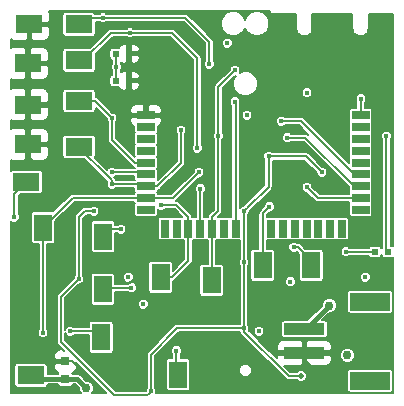
<source format=gbr>
G04 #@! TF.FileFunction,Copper,L4,Bot,Signal*
%FSLAX46Y46*%
G04 Gerber Fmt 4.6, Leading zero omitted, Abs format (unit mm)*
G04 Created by KiCad (PCBNEW 4.0.0-stable) date Thursday, June 23, 2016 'AMt' 11:02:30 AM*
%MOMM*%
G01*
G04 APERTURE LIST*
%ADD10C,0.100000*%
%ADD11R,0.750000X0.800000*%
%ADD12R,3.395980X1.498600*%
%ADD13R,3.497580X0.995680*%
%ADD14R,0.600000X0.500000*%
%ADD15R,2.300000X1.550000*%
%ADD16R,1.550000X2.300000*%
%ADD17R,0.700000X1.500000*%
%ADD18R,1.500000X0.754000*%
%ADD19R,1.500000X0.700000*%
%ADD20C,0.406400*%
%ADD21C,0.762000*%
%ADD22C,0.508000*%
%ADD23C,0.203200*%
%ADD24C,0.381000*%
G04 APERTURE END LIST*
D10*
D11*
X91694000Y-170295000D03*
X91694000Y-168795000D03*
D12*
X117475000Y-163738560D03*
D13*
X111925100Y-166088060D03*
X111925100Y-168084500D03*
D12*
X117475000Y-170434000D03*
D14*
X118999000Y-159512000D03*
X117899000Y-159512000D03*
D15*
X88646000Y-140271500D03*
X88519000Y-143573500D03*
X88519000Y-147066000D03*
X88519000Y-150431500D03*
X92837000Y-140271500D03*
X92837000Y-143319500D03*
D16*
X89789000Y-157480000D03*
D15*
X88392000Y-153606500D03*
X92837000Y-150622000D03*
X92837000Y-146748500D03*
D16*
X94742000Y-166751000D03*
X94869000Y-162687000D03*
X94869000Y-158242000D03*
X101219000Y-169926000D03*
X108394500Y-160655000D03*
D14*
X95970000Y-142748000D03*
X97070000Y-142748000D03*
X95970000Y-145034000D03*
X97070000Y-145034000D03*
D16*
X99758500Y-161671000D03*
X104076500Y-161925000D03*
X112522000Y-160655000D03*
D17*
X109104000Y-157548000D03*
X106104000Y-157548000D03*
X110104000Y-157548000D03*
X111104000Y-157548000D03*
X112104000Y-157548000D03*
X113104000Y-157548000D03*
X114104000Y-157548000D03*
X115104000Y-157548000D03*
X105104000Y-157548000D03*
X104104000Y-157548000D03*
X103104000Y-157548000D03*
X102104000Y-157548000D03*
X101104000Y-157548000D03*
X100104000Y-157548000D03*
D18*
X116682900Y-155969100D03*
D19*
X98525100Y-155969100D03*
X116682900Y-154969100D03*
X116682900Y-153969100D03*
X116682900Y-152969100D03*
X116682900Y-151969100D03*
X116682900Y-150969100D03*
X116682900Y-149969100D03*
X116682900Y-148969100D03*
X116682900Y-147969100D03*
X98525100Y-154969100D03*
X98525100Y-153969100D03*
X98525100Y-152969100D03*
X98525100Y-151969100D03*
X98525100Y-150969100D03*
X98525100Y-149969100D03*
X98525100Y-148969100D03*
X98525100Y-147969100D03*
D15*
X88773000Y-169989500D03*
D20*
X92117000Y-166243000D03*
X108966000Y-155702000D03*
D21*
X93472000Y-171069000D03*
D20*
X110744000Y-162052000D03*
X96012000Y-143891000D03*
X116713000Y-146558000D03*
X107061000Y-147955000D03*
X112141000Y-146050000D03*
X105410000Y-141859000D03*
X117094000Y-161671000D03*
X108077000Y-166243000D03*
D21*
X115570000Y-168275000D03*
D20*
X98298000Y-163957000D03*
X97028000Y-161671000D03*
X102108000Y-168148000D03*
X87884000Y-164211000D03*
X108331000Y-151257000D03*
X102362000Y-155702000D03*
X94742000Y-151765000D03*
X96520000Y-153289000D03*
X94615000Y-171196000D03*
X113157000Y-153924000D03*
X96774000Y-146939000D03*
X110490000Y-154432000D03*
X102997000Y-159512000D03*
X109220000Y-163576000D03*
X112268000Y-163195000D03*
X96901000Y-165608000D03*
X98679000Y-165735000D03*
X97663000Y-169164000D03*
X92583000Y-164084000D03*
X108839000Y-171069000D03*
X105029000Y-171069000D03*
D21*
X114681000Y-170307000D03*
D20*
X91948000Y-157607000D03*
X107569000Y-143510000D03*
X117475000Y-144780000D03*
X111125000Y-144780000D03*
X91313000Y-153543000D03*
X114808000Y-153797000D03*
X105410000Y-155829000D03*
X88519000Y-141986000D03*
X88773000Y-148717000D03*
X98171000Y-140335000D03*
X100203000Y-167640000D03*
X101981000Y-163830000D03*
X99568000Y-159639000D03*
X107061000Y-148717000D03*
X101600000Y-144907000D03*
X102616000Y-152019000D03*
X117983000Y-165354000D03*
X114935000Y-149860000D03*
X115443000Y-167386000D03*
X93345000Y-168529000D03*
X96393000Y-171196000D03*
X111029000Y-159131000D03*
X101092000Y-167894000D03*
X99822000Y-155575000D03*
X97155000Y-140970000D03*
X102870000Y-150749000D03*
X103886000Y-143637000D03*
X94869000Y-139700000D03*
X95631000Y-148189300D03*
X96393000Y-157607000D03*
X94107000Y-156083000D03*
X106807000Y-160401000D03*
X106807000Y-156083000D03*
X113411000Y-152781000D03*
X106807000Y-165989000D03*
X92837000Y-161798000D03*
X108895000Y-151440000D03*
D22*
X111633000Y-170053000D03*
D20*
X98933000Y-171323000D03*
X97282000Y-162560000D03*
X110490000Y-149860000D03*
X89789000Y-166370000D03*
X102997000Y-152781000D03*
X87376000Y-156591000D03*
X95631000Y-152781000D03*
X101473000Y-149225000D03*
X95631000Y-153797000D03*
X112141000Y-154051000D03*
D21*
X114046000Y-164084000D03*
D20*
X118872000Y-149733000D03*
X115443000Y-159512000D03*
X106045000Y-146812000D03*
X106045000Y-144145000D03*
X104648000Y-149733000D03*
X103124000Y-154178000D03*
X109982000Y-148463000D03*
D23*
X92117000Y-166243000D02*
X94234000Y-166243000D01*
X94234000Y-166243000D02*
X94742000Y-166751000D01*
X108966000Y-155702000D02*
X108394500Y-156273500D01*
X108394500Y-156273500D02*
X108394500Y-160655000D01*
D24*
X91694000Y-170295000D02*
X92698000Y-170295000D01*
X92698000Y-170295000D02*
X93472000Y-171069000D01*
X91694000Y-170295000D02*
X89078500Y-170295000D01*
D23*
X89078500Y-170295000D02*
X88773000Y-169989500D01*
X96012000Y-143891000D02*
X96012000Y-142790000D01*
X96012000Y-142790000D02*
X95970000Y-142748000D01*
X96012000Y-143891000D02*
X96012000Y-144992000D01*
X96012000Y-144992000D02*
X95970000Y-145034000D01*
X116682900Y-147969100D02*
X116682900Y-146588100D01*
X116682900Y-146588100D02*
X116713000Y-146558000D01*
X91694000Y-168795000D02*
X92272200Y-168795000D01*
X92272200Y-168795000D02*
X94615000Y-171137800D01*
X94615000Y-171137800D02*
X94615000Y-171196000D01*
D24*
X111925100Y-168084500D02*
X111925100Y-168785540D01*
X111925100Y-168785540D02*
X113446560Y-170307000D01*
X113446560Y-170307000D02*
X114681000Y-170307000D01*
D23*
X88519000Y-150431500D02*
X88519000Y-151409700D01*
X88519000Y-151409700D02*
X90652300Y-153543000D01*
X90652300Y-153543000D02*
X91313000Y-153543000D01*
X112522000Y-160655000D02*
X112522000Y-160280000D01*
X112522000Y-160280000D02*
X111373000Y-159131000D01*
X111373000Y-159131000D02*
X111029000Y-159131000D01*
X101092000Y-167894000D02*
X101092000Y-169799000D01*
X101092000Y-169799000D02*
X101219000Y-169926000D01*
X101084200Y-155575000D02*
X99822000Y-155575000D01*
X102104000Y-156594800D02*
X101084200Y-155575000D01*
X102104000Y-157548000D02*
X102104000Y-156594800D01*
X102104000Y-157548000D02*
X102104000Y-160303700D01*
X102104000Y-160303700D02*
X100736700Y-161671000D01*
X100736700Y-161671000D02*
X99758500Y-161671000D01*
X102108000Y-157544000D02*
X102104000Y-157548000D01*
X95561500Y-140970000D02*
X97155000Y-140970000D01*
X92837000Y-143319500D02*
X93212000Y-143319500D01*
X93212000Y-143319500D02*
X95561500Y-140970000D01*
X100711000Y-140970000D02*
X102870000Y-143129000D01*
X97155000Y-140970000D02*
X100711000Y-140970000D01*
X102870000Y-143129000D02*
X102870000Y-150749000D01*
X94869000Y-139700000D02*
X93408500Y-139700000D01*
X93408500Y-139700000D02*
X92837000Y-140271500D01*
X103886000Y-143637000D02*
X103886000Y-141732000D01*
X103886000Y-141732000D02*
X101854000Y-139700000D01*
X101854000Y-139700000D02*
X94869000Y-139700000D01*
X98525100Y-151969100D02*
X97571900Y-151969100D01*
X97571900Y-151969100D02*
X95631000Y-150028200D01*
X95631000Y-150028200D02*
X95631000Y-148189300D01*
X92837000Y-146748500D02*
X94190200Y-146748500D01*
X94190200Y-146748500D02*
X95631000Y-148189300D01*
X98448000Y-151892000D02*
X98525100Y-151969100D01*
X96393000Y-157607000D02*
X95504000Y-157607000D01*
X95504000Y-157607000D02*
X94869000Y-158242000D01*
X93345000Y-156083000D02*
X94107000Y-156083000D01*
X92837000Y-156591000D02*
X93345000Y-156083000D01*
X92837000Y-161798000D02*
X92837000Y-156591000D01*
X106807000Y-165989000D02*
X106807000Y-160401000D01*
X106807000Y-160401000D02*
X106807000Y-156083000D01*
X106807000Y-156083000D02*
X107061000Y-155829000D01*
X107061000Y-155829000D02*
X108895000Y-153995000D01*
X92837000Y-161798000D02*
X91313000Y-163322000D01*
X91313000Y-163322000D02*
X91313000Y-167173658D01*
X91313000Y-167173658D02*
X95792543Y-171653201D01*
X95792543Y-171653201D02*
X98602799Y-171653201D01*
X98602799Y-171653201D02*
X98729801Y-171526199D01*
X98729801Y-171526199D02*
X98933000Y-171323000D01*
X108895000Y-153995000D02*
X108895000Y-151440000D01*
X106807000Y-165989000D02*
X101177342Y-165989000D01*
X101177342Y-165989000D02*
X98933000Y-168233342D01*
X98933000Y-168233342D02*
X98933000Y-171035632D01*
X98933000Y-171035632D02*
X98933000Y-171323000D01*
X106807000Y-165989000D02*
X106807000Y-166276368D01*
X106807000Y-166276368D02*
X110583632Y-170053000D01*
X111273790Y-170053000D02*
X111633000Y-170053000D01*
X110583632Y-170053000D02*
X111273790Y-170053000D01*
X108895000Y-151440000D02*
X112070000Y-151440000D01*
X112070000Y-151440000D02*
X113411000Y-152781000D01*
X97282000Y-162560000D02*
X94996000Y-162560000D01*
X94996000Y-162560000D02*
X94869000Y-162687000D01*
X110490000Y-149860000D02*
X112016598Y-149860000D01*
X112016598Y-149860000D02*
X116125698Y-153969100D01*
X116125698Y-153969100D02*
X116682900Y-153969100D01*
X116601000Y-154051000D02*
X116682900Y-153969100D01*
X89789000Y-166370000D02*
X89789000Y-157480000D01*
X89789000Y-157480000D02*
X92329000Y-154940000D01*
X92329000Y-154940000D02*
X98496000Y-154940000D01*
X98496000Y-154940000D02*
X98525100Y-154969100D01*
X102997000Y-152781000D02*
X100808900Y-154969100D01*
X100808900Y-154969100D02*
X98525100Y-154969100D01*
X87376000Y-156591000D02*
X87376000Y-154622500D01*
X87376000Y-154622500D02*
X88392000Y-153606500D01*
X95631000Y-152781000D02*
X98337000Y-152781000D01*
X98337000Y-152781000D02*
X98525100Y-152969100D01*
X95631000Y-153797000D02*
X95631000Y-153479500D01*
X95631000Y-153479500D02*
X92710000Y-150558500D01*
X99478300Y-153969100D02*
X101473000Y-151974400D01*
X98525100Y-153969100D02*
X99478300Y-153969100D01*
X95631000Y-153797000D02*
X98353000Y-153797000D01*
X98353000Y-153797000D02*
X98525100Y-153969100D01*
X101473000Y-151974400D02*
X101473000Y-149225000D01*
X112141000Y-154051000D02*
X113059100Y-154969100D01*
X113059100Y-154969100D02*
X116682900Y-154969100D01*
D24*
X114046000Y-164084000D02*
X112041940Y-166088060D01*
D23*
X112041940Y-166088060D02*
X111925100Y-166088060D01*
X118872000Y-149733000D02*
X118872000Y-159385000D01*
X118872000Y-159385000D02*
X118999000Y-159512000D01*
X115443000Y-159512000D02*
X117899000Y-159512000D01*
X106104000Y-157548000D02*
X106104000Y-146871000D01*
X106104000Y-146871000D02*
X106045000Y-146812000D01*
X104104000Y-157548000D02*
X104104000Y-161897500D01*
X104104000Y-161897500D02*
X104076500Y-161925000D01*
X104648000Y-149733000D02*
X104648000Y-145542000D01*
X104648000Y-145542000D02*
X106045000Y-144145000D01*
X104648000Y-149733000D02*
X104597201Y-149783799D01*
X104597201Y-149783799D02*
X104597201Y-156101599D01*
X104597201Y-156101599D02*
X104104000Y-156594800D01*
X104104000Y-156594800D02*
X104104000Y-157548000D01*
X103104000Y-155214000D02*
X103104000Y-154198000D01*
X103104000Y-154198000D02*
X103124000Y-154178000D01*
X103104000Y-157548000D02*
X103104000Y-155214000D01*
X109982000Y-148463000D02*
X111619598Y-148463000D01*
X111619598Y-148463000D02*
X116125698Y-152969100D01*
X116125698Y-152969100D02*
X116682900Y-152969100D01*
G36*
X108985335Y-139228202D02*
X109040395Y-139310605D01*
X109122798Y-139365665D01*
X109220000Y-139385000D01*
X111246000Y-139385000D01*
X111246000Y-140630000D01*
X111250881Y-140654538D01*
X111250881Y-140679553D01*
X111279882Y-140825350D01*
X111279882Y-140825353D01*
X111317808Y-140916916D01*
X111400398Y-141040522D01*
X111470478Y-141110602D01*
X111594084Y-141193192D01*
X111685647Y-141231118D01*
X111685650Y-141231118D01*
X111831446Y-141260119D01*
X111856462Y-141260119D01*
X111881000Y-141265000D01*
X111969000Y-141265000D01*
X111993538Y-141260119D01*
X112018553Y-141260119D01*
X112164350Y-141231118D01*
X112164353Y-141231118D01*
X112255916Y-141193192D01*
X112379522Y-141110602D01*
X112449602Y-141040522D01*
X112532192Y-140916916D01*
X112570118Y-140825353D01*
X112570118Y-140825350D01*
X112599119Y-140679554D01*
X112599119Y-140654538D01*
X112604000Y-140630000D01*
X112604000Y-139385000D01*
X115996000Y-139385000D01*
X115996000Y-140630000D01*
X116000881Y-140654538D01*
X116000881Y-140679553D01*
X116029882Y-140825350D01*
X116029882Y-140825353D01*
X116067808Y-140916916D01*
X116150398Y-141040522D01*
X116220478Y-141110602D01*
X116344084Y-141193192D01*
X116435647Y-141231118D01*
X116435650Y-141231118D01*
X116581446Y-141260119D01*
X116606462Y-141260119D01*
X116631000Y-141265000D01*
X116719000Y-141265000D01*
X116743538Y-141260119D01*
X116768553Y-141260119D01*
X116914350Y-141231118D01*
X116914353Y-141231118D01*
X117005916Y-141193192D01*
X117129522Y-141110602D01*
X117199602Y-141040522D01*
X117282192Y-140916916D01*
X117320118Y-140825353D01*
X117320118Y-140825350D01*
X117349119Y-140679554D01*
X117349119Y-140654538D01*
X117354000Y-140630000D01*
X117354000Y-139385000D01*
X119380000Y-139385000D01*
X119432000Y-139374656D01*
X119432000Y-159045459D01*
X119399756Y-159023428D01*
X119299000Y-159003024D01*
X119227600Y-159003024D01*
X119227600Y-150024035D01*
X119259369Y-149992321D01*
X119329120Y-149824342D01*
X119329279Y-149642456D01*
X119259821Y-149474355D01*
X119131321Y-149345631D01*
X118963342Y-149275880D01*
X118781456Y-149275721D01*
X118613355Y-149345179D01*
X118484631Y-149473679D01*
X118414880Y-149641658D01*
X118414721Y-149823544D01*
X118484179Y-149991645D01*
X118516400Y-150023922D01*
X118516400Y-159079326D01*
X118460428Y-159161244D01*
X118449330Y-159216048D01*
X118440265Y-159167873D01*
X118384636Y-159081424D01*
X118299756Y-159023428D01*
X118199000Y-159003024D01*
X117599000Y-159003024D01*
X117504873Y-159020735D01*
X117418424Y-159076364D01*
X117363738Y-159156400D01*
X115734035Y-159156400D01*
X115702321Y-159124631D01*
X115534342Y-159054880D01*
X115352456Y-159054721D01*
X115184355Y-159124179D01*
X115055631Y-159252679D01*
X114985880Y-159420658D01*
X114985721Y-159602544D01*
X115055179Y-159770645D01*
X115183679Y-159899369D01*
X115351658Y-159969120D01*
X115533544Y-159969279D01*
X115701645Y-159899821D01*
X115733922Y-159867600D01*
X117365118Y-159867600D01*
X117413364Y-159942576D01*
X117498244Y-160000572D01*
X117599000Y-160020976D01*
X118199000Y-160020976D01*
X118293127Y-160003265D01*
X118379576Y-159947636D01*
X118437572Y-159862756D01*
X118448670Y-159807952D01*
X118457735Y-159856127D01*
X118513364Y-159942576D01*
X118598244Y-160000572D01*
X118699000Y-160020976D01*
X119299000Y-160020976D01*
X119393127Y-160003265D01*
X119432000Y-159978251D01*
X119432000Y-171502000D01*
X99353721Y-171502000D01*
X99390120Y-171414342D01*
X99390279Y-171232456D01*
X99320821Y-171064355D01*
X99288600Y-171032078D01*
X99288600Y-168776000D01*
X100185024Y-168776000D01*
X100185024Y-171076000D01*
X100202735Y-171170127D01*
X100258364Y-171256576D01*
X100343244Y-171314572D01*
X100444000Y-171334976D01*
X101994000Y-171334976D01*
X102088127Y-171317265D01*
X102174576Y-171261636D01*
X102232572Y-171176756D01*
X102252976Y-171076000D01*
X102252976Y-169656704D01*
X106375904Y-169656704D01*
X106460827Y-169862234D01*
X106617939Y-170019620D01*
X106823320Y-170104902D01*
X107045704Y-170105096D01*
X107251234Y-170020173D01*
X107408620Y-169863061D01*
X107493902Y-169657680D01*
X107494096Y-169435296D01*
X107409173Y-169229766D01*
X107252061Y-169072380D01*
X107046680Y-168987098D01*
X106824296Y-168986904D01*
X106618766Y-169071827D01*
X106461380Y-169228939D01*
X106376098Y-169434320D01*
X106375904Y-169656704D01*
X102252976Y-169656704D01*
X102252976Y-168776000D01*
X102235265Y-168681873D01*
X102179636Y-168595424D01*
X102094756Y-168537428D01*
X101994000Y-168517024D01*
X101447600Y-168517024D01*
X101447600Y-168185035D01*
X101479369Y-168153321D01*
X101549120Y-167985342D01*
X101549279Y-167803456D01*
X101479821Y-167635355D01*
X101351321Y-167506631D01*
X101183342Y-167436880D01*
X101001456Y-167436721D01*
X100833355Y-167506179D01*
X100704631Y-167634679D01*
X100634880Y-167802658D01*
X100634721Y-167984544D01*
X100704179Y-168152645D01*
X100736400Y-168184922D01*
X100736400Y-168517024D01*
X100444000Y-168517024D01*
X100349873Y-168534735D01*
X100263424Y-168590364D01*
X100205428Y-168675244D01*
X100185024Y-168776000D01*
X99288600Y-168776000D01*
X99288600Y-168380636D01*
X101324636Y-166344600D01*
X106464972Y-166344600D01*
X106478468Y-166412451D01*
X106555553Y-166527815D01*
X110332185Y-170304447D01*
X110447549Y-170381532D01*
X110583632Y-170408600D01*
X111270186Y-170408600D01*
X111344866Y-170483410D01*
X111531509Y-170560911D01*
X111733604Y-170561088D01*
X111920383Y-170483912D01*
X112063410Y-170341134D01*
X112140911Y-170154491D01*
X112141088Y-169952396D01*
X112063912Y-169765617D01*
X111983136Y-169684700D01*
X115518034Y-169684700D01*
X115518034Y-171183300D01*
X115535745Y-171277427D01*
X115591374Y-171363876D01*
X115676254Y-171421872D01*
X115777010Y-171442276D01*
X119172990Y-171442276D01*
X119267117Y-171424565D01*
X119353566Y-171368936D01*
X119411562Y-171284056D01*
X119431966Y-171183300D01*
X119431966Y-169684700D01*
X119414255Y-169590573D01*
X119358626Y-169504124D01*
X119273746Y-169446128D01*
X119172990Y-169425724D01*
X115777010Y-169425724D01*
X115682883Y-169443435D01*
X115596434Y-169499064D01*
X115538438Y-169583944D01*
X115518034Y-169684700D01*
X111983136Y-169684700D01*
X111921134Y-169622590D01*
X111734491Y-169545089D01*
X111532396Y-169544912D01*
X111345617Y-169622088D01*
X111270174Y-169697400D01*
X110730926Y-169697400D01*
X110225466Y-169191940D01*
X111620300Y-169191940D01*
X111772700Y-169039540D01*
X111772700Y-168236900D01*
X112077500Y-168236900D01*
X112077500Y-169039540D01*
X112229900Y-169191940D01*
X113795147Y-169191940D01*
X114019201Y-169099134D01*
X114190684Y-168927651D01*
X114283490Y-168703597D01*
X114283490Y-168400755D01*
X114934890Y-168400755D01*
X115031360Y-168634228D01*
X115209832Y-168813013D01*
X115443137Y-168909889D01*
X115695755Y-168910110D01*
X115929228Y-168813640D01*
X116108013Y-168635168D01*
X116204889Y-168401863D01*
X116205110Y-168149245D01*
X116108640Y-167915772D01*
X115930168Y-167736987D01*
X115696863Y-167640111D01*
X115444245Y-167639890D01*
X115210772Y-167736360D01*
X115031987Y-167914832D01*
X114935111Y-168148137D01*
X114934890Y-168400755D01*
X114283490Y-168400755D01*
X114283490Y-168389300D01*
X114131090Y-168236900D01*
X112077500Y-168236900D01*
X111772700Y-168236900D01*
X109719110Y-168236900D01*
X109566710Y-168389300D01*
X109566710Y-168533184D01*
X108498929Y-167465403D01*
X109566710Y-167465403D01*
X109566710Y-167779700D01*
X109719110Y-167932100D01*
X111772700Y-167932100D01*
X111772700Y-167129460D01*
X112077500Y-167129460D01*
X112077500Y-167932100D01*
X114131090Y-167932100D01*
X114283490Y-167779700D01*
X114283490Y-167465403D01*
X114190684Y-167241349D01*
X114019201Y-167069866D01*
X113795147Y-166977060D01*
X112229900Y-166977060D01*
X112077500Y-167129460D01*
X111772700Y-167129460D01*
X111620300Y-166977060D01*
X110055053Y-166977060D01*
X109830999Y-167069866D01*
X109659516Y-167241349D01*
X109566710Y-167465403D01*
X108498929Y-167465403D01*
X107367070Y-166333544D01*
X107619721Y-166333544D01*
X107689179Y-166501645D01*
X107817679Y-166630369D01*
X107985658Y-166700120D01*
X108167544Y-166700279D01*
X108335645Y-166630821D01*
X108464369Y-166502321D01*
X108534120Y-166334342D01*
X108534279Y-166152456D01*
X108464821Y-165984355D01*
X108336321Y-165855631D01*
X108168342Y-165785880D01*
X107986456Y-165785721D01*
X107818355Y-165855179D01*
X107689631Y-165983679D01*
X107619880Y-166151658D01*
X107619721Y-166333544D01*
X107367070Y-166333544D01*
X107220035Y-166186509D01*
X107264120Y-166080342D01*
X107264279Y-165898456D01*
X107194821Y-165730355D01*
X107162600Y-165698078D01*
X107162600Y-165590220D01*
X109917334Y-165590220D01*
X109917334Y-166585900D01*
X109935045Y-166680027D01*
X109990674Y-166766476D01*
X110075554Y-166824472D01*
X110176310Y-166844876D01*
X113673890Y-166844876D01*
X113768017Y-166827165D01*
X113854466Y-166771536D01*
X113912462Y-166686656D01*
X113932866Y-166585900D01*
X113932866Y-165590220D01*
X113915155Y-165496093D01*
X113859526Y-165409644D01*
X113774646Y-165351648D01*
X113673890Y-165331244D01*
X113427374Y-165331244D01*
X114039624Y-164718994D01*
X114171755Y-164719110D01*
X114405228Y-164622640D01*
X114584013Y-164444168D01*
X114680889Y-164210863D01*
X114681110Y-163958245D01*
X114584640Y-163724772D01*
X114406168Y-163545987D01*
X114172863Y-163449111D01*
X113920245Y-163448890D01*
X113686772Y-163545360D01*
X113507987Y-163723832D01*
X113411111Y-163957137D01*
X113410994Y-164090388D01*
X112170138Y-165331244D01*
X110176310Y-165331244D01*
X110082183Y-165348955D01*
X109995734Y-165404584D01*
X109937738Y-165489464D01*
X109917334Y-165590220D01*
X107162600Y-165590220D01*
X107162600Y-162989260D01*
X115518034Y-162989260D01*
X115518034Y-164487860D01*
X115535745Y-164581987D01*
X115591374Y-164668436D01*
X115676254Y-164726432D01*
X115777010Y-164746836D01*
X119172990Y-164746836D01*
X119267117Y-164729125D01*
X119353566Y-164673496D01*
X119411562Y-164588616D01*
X119431966Y-164487860D01*
X119431966Y-162989260D01*
X119414255Y-162895133D01*
X119358626Y-162808684D01*
X119273746Y-162750688D01*
X119172990Y-162730284D01*
X115777010Y-162730284D01*
X115682883Y-162747995D01*
X115596434Y-162803624D01*
X115538438Y-162888504D01*
X115518034Y-162989260D01*
X107162600Y-162989260D01*
X107162600Y-162142544D01*
X110286721Y-162142544D01*
X110356179Y-162310645D01*
X110484679Y-162439369D01*
X110652658Y-162509120D01*
X110834544Y-162509279D01*
X111002645Y-162439821D01*
X111131369Y-162311321D01*
X111201120Y-162143342D01*
X111201279Y-161961456D01*
X111131821Y-161793355D01*
X111003321Y-161664631D01*
X110835342Y-161594880D01*
X110653456Y-161594721D01*
X110485355Y-161664179D01*
X110356631Y-161792679D01*
X110286880Y-161960658D01*
X110286721Y-162142544D01*
X107162600Y-162142544D01*
X107162600Y-160692035D01*
X107194369Y-160660321D01*
X107264120Y-160492342D01*
X107264279Y-160310456D01*
X107194821Y-160142355D01*
X107162600Y-160110078D01*
X107162600Y-159505000D01*
X107360524Y-159505000D01*
X107360524Y-161805000D01*
X107378235Y-161899127D01*
X107433864Y-161985576D01*
X107518744Y-162043572D01*
X107619500Y-162063976D01*
X109169500Y-162063976D01*
X109263627Y-162046265D01*
X109350076Y-161990636D01*
X109408072Y-161905756D01*
X109428476Y-161805000D01*
X109428476Y-159505000D01*
X109410765Y-159410873D01*
X109355136Y-159324424D01*
X109270256Y-159266428D01*
X109169500Y-159246024D01*
X108750100Y-159246024D01*
X108750100Y-159221544D01*
X110571721Y-159221544D01*
X110641179Y-159389645D01*
X110769679Y-159518369D01*
X110937658Y-159588120D01*
X111119544Y-159588279D01*
X111266616Y-159527510D01*
X111488024Y-159748918D01*
X111488024Y-161805000D01*
X111505735Y-161899127D01*
X111561364Y-161985576D01*
X111646244Y-162043572D01*
X111747000Y-162063976D01*
X113297000Y-162063976D01*
X113391127Y-162046265D01*
X113477576Y-161990636D01*
X113535572Y-161905756D01*
X113555976Y-161805000D01*
X113555976Y-161761544D01*
X116636721Y-161761544D01*
X116706179Y-161929645D01*
X116834679Y-162058369D01*
X117002658Y-162128120D01*
X117184544Y-162128279D01*
X117352645Y-162058821D01*
X117481369Y-161930321D01*
X117551120Y-161762342D01*
X117551279Y-161580456D01*
X117481821Y-161412355D01*
X117353321Y-161283631D01*
X117185342Y-161213880D01*
X117003456Y-161213721D01*
X116835355Y-161283179D01*
X116706631Y-161411679D01*
X116636880Y-161579658D01*
X116636721Y-161761544D01*
X113555976Y-161761544D01*
X113555976Y-159505000D01*
X113538265Y-159410873D01*
X113482636Y-159324424D01*
X113397756Y-159266428D01*
X113297000Y-159246024D01*
X111990918Y-159246024D01*
X111624447Y-158879553D01*
X111509083Y-158802468D01*
X111373000Y-158775400D01*
X111320035Y-158775400D01*
X111288321Y-158743631D01*
X111120342Y-158673880D01*
X110938456Y-158673721D01*
X110770355Y-158743179D01*
X110641631Y-158871679D01*
X110571880Y-159039658D01*
X110571721Y-159221544D01*
X108750100Y-159221544D01*
X108750100Y-158556186D01*
X108754000Y-158556976D01*
X109454000Y-158556976D01*
X109548127Y-158539265D01*
X109604291Y-158503124D01*
X109653244Y-158536572D01*
X109754000Y-158556976D01*
X110454000Y-158556976D01*
X110548127Y-158539265D01*
X110604291Y-158503124D01*
X110653244Y-158536572D01*
X110754000Y-158556976D01*
X111454000Y-158556976D01*
X111548127Y-158539265D01*
X111604291Y-158503124D01*
X111653244Y-158536572D01*
X111754000Y-158556976D01*
X112454000Y-158556976D01*
X112548127Y-158539265D01*
X112604291Y-158503124D01*
X112653244Y-158536572D01*
X112754000Y-158556976D01*
X113454000Y-158556976D01*
X113548127Y-158539265D01*
X113604291Y-158503124D01*
X113653244Y-158536572D01*
X113754000Y-158556976D01*
X114454000Y-158556976D01*
X114548127Y-158539265D01*
X114604291Y-158503124D01*
X114653244Y-158536572D01*
X114754000Y-158556976D01*
X115454000Y-158556976D01*
X115548127Y-158539265D01*
X115634576Y-158483636D01*
X115692572Y-158398756D01*
X115712976Y-158298000D01*
X115712976Y-156798000D01*
X115695265Y-156703873D01*
X115639636Y-156617424D01*
X115554756Y-156559428D01*
X115454000Y-156539024D01*
X114754000Y-156539024D01*
X114659873Y-156556735D01*
X114603709Y-156592876D01*
X114554756Y-156559428D01*
X114454000Y-156539024D01*
X113754000Y-156539024D01*
X113659873Y-156556735D01*
X113603709Y-156592876D01*
X113554756Y-156559428D01*
X113454000Y-156539024D01*
X112754000Y-156539024D01*
X112659873Y-156556735D01*
X112603709Y-156592876D01*
X112554756Y-156559428D01*
X112454000Y-156539024D01*
X111754000Y-156539024D01*
X111659873Y-156556735D01*
X111603709Y-156592876D01*
X111554756Y-156559428D01*
X111454000Y-156539024D01*
X110754000Y-156539024D01*
X110659873Y-156556735D01*
X110603709Y-156592876D01*
X110554756Y-156559428D01*
X110454000Y-156539024D01*
X109754000Y-156539024D01*
X109659873Y-156556735D01*
X109603709Y-156592876D01*
X109554756Y-156559428D01*
X109454000Y-156539024D01*
X108754000Y-156539024D01*
X108750100Y-156539758D01*
X108750100Y-156420794D01*
X109011654Y-156159240D01*
X109056544Y-156159279D01*
X109224645Y-156089821D01*
X109353369Y-155961321D01*
X109423120Y-155793342D01*
X109423279Y-155611456D01*
X109353821Y-155443355D01*
X109225321Y-155314631D01*
X109057342Y-155244880D01*
X108875456Y-155244721D01*
X108707355Y-155314179D01*
X108578631Y-155442679D01*
X108508880Y-155610658D01*
X108508840Y-155656266D01*
X108143053Y-156022053D01*
X108065968Y-156137417D01*
X108052798Y-156203631D01*
X108038900Y-156273500D01*
X108038900Y-159246024D01*
X107619500Y-159246024D01*
X107525373Y-159263735D01*
X107438924Y-159319364D01*
X107380928Y-159404244D01*
X107360524Y-159505000D01*
X107162600Y-159505000D01*
X107162600Y-156374035D01*
X107194369Y-156342321D01*
X107264120Y-156174342D01*
X107264160Y-156128734D01*
X109146447Y-154246447D01*
X109223532Y-154131082D01*
X109250600Y-153995000D01*
X109250600Y-151795600D01*
X111922706Y-151795600D01*
X112953760Y-152826654D01*
X112953721Y-152871544D01*
X113023179Y-153039645D01*
X113151679Y-153168369D01*
X113319658Y-153238120D01*
X113501544Y-153238279D01*
X113669645Y-153168821D01*
X113798369Y-153040321D01*
X113868120Y-152872342D01*
X113868279Y-152690456D01*
X113798821Y-152522355D01*
X113670321Y-152393631D01*
X113502342Y-152323880D01*
X113456734Y-152323840D01*
X112321447Y-151188553D01*
X112206083Y-151111468D01*
X112070000Y-151084400D01*
X109186035Y-151084400D01*
X109154321Y-151052631D01*
X108986342Y-150982880D01*
X108804456Y-150982721D01*
X108636355Y-151052179D01*
X108507631Y-151180679D01*
X108437880Y-151348658D01*
X108437721Y-151530544D01*
X108507179Y-151698645D01*
X108539400Y-151730922D01*
X108539400Y-153847706D01*
X106761346Y-155625760D01*
X106716456Y-155625721D01*
X106548355Y-155695179D01*
X106459600Y-155783780D01*
X106459600Y-148553544D01*
X109524721Y-148553544D01*
X109594179Y-148721645D01*
X109722679Y-148850369D01*
X109890658Y-148920120D01*
X110072544Y-148920279D01*
X110240645Y-148850821D01*
X110272922Y-148818600D01*
X111472304Y-148818600D01*
X112250601Y-149596897D01*
X112152681Y-149531468D01*
X112016598Y-149504400D01*
X110781035Y-149504400D01*
X110749321Y-149472631D01*
X110581342Y-149402880D01*
X110399456Y-149402721D01*
X110231355Y-149472179D01*
X110102631Y-149600679D01*
X110032880Y-149768658D01*
X110032721Y-149950544D01*
X110102179Y-150118645D01*
X110230679Y-150247369D01*
X110398658Y-150317120D01*
X110580544Y-150317279D01*
X110748645Y-150247821D01*
X110780922Y-150215600D01*
X111869304Y-150215600D01*
X115673924Y-154020220D01*
X115673924Y-154319100D01*
X115691635Y-154413227D01*
X115727776Y-154469391D01*
X115694328Y-154518344D01*
X115675058Y-154613500D01*
X113206395Y-154613500D01*
X112598240Y-154005346D01*
X112598279Y-153960456D01*
X112528821Y-153792355D01*
X112400321Y-153663631D01*
X112232342Y-153593880D01*
X112050456Y-153593721D01*
X111882355Y-153663179D01*
X111753631Y-153791679D01*
X111683880Y-153959658D01*
X111683721Y-154141544D01*
X111753179Y-154309645D01*
X111881679Y-154438369D01*
X112049658Y-154508120D01*
X112095266Y-154508160D01*
X112807652Y-155220547D01*
X112846446Y-155246468D01*
X112923018Y-155297632D01*
X113059100Y-155324700D01*
X115674978Y-155324700D01*
X115691635Y-155413227D01*
X115718828Y-155455486D01*
X115694328Y-155491344D01*
X115673924Y-155592100D01*
X115673924Y-156346100D01*
X115691635Y-156440227D01*
X115747264Y-156526676D01*
X115832144Y-156584672D01*
X115932900Y-156605076D01*
X117432900Y-156605076D01*
X117527027Y-156587365D01*
X117613476Y-156531736D01*
X117671472Y-156446856D01*
X117691876Y-156346100D01*
X117691876Y-155592100D01*
X117674165Y-155497973D01*
X117646972Y-155455714D01*
X117671472Y-155419856D01*
X117691876Y-155319100D01*
X117691876Y-154619100D01*
X117674165Y-154524973D01*
X117638024Y-154468809D01*
X117671472Y-154419856D01*
X117691876Y-154319100D01*
X117691876Y-153619100D01*
X117674165Y-153524973D01*
X117638024Y-153468809D01*
X117671472Y-153419856D01*
X117691876Y-153319100D01*
X117691876Y-152619100D01*
X117674165Y-152524973D01*
X117638024Y-152468809D01*
X117671472Y-152419856D01*
X117691876Y-152319100D01*
X117691876Y-151619100D01*
X117674165Y-151524973D01*
X117638024Y-151468809D01*
X117671472Y-151419856D01*
X117691876Y-151319100D01*
X117691876Y-150619100D01*
X117674165Y-150524973D01*
X117638024Y-150468809D01*
X117671472Y-150419856D01*
X117691876Y-150319100D01*
X117691876Y-149619100D01*
X117674165Y-149524973D01*
X117638024Y-149468809D01*
X117671472Y-149419856D01*
X117691876Y-149319100D01*
X117691876Y-148619100D01*
X117674165Y-148524973D01*
X117638024Y-148468809D01*
X117671472Y-148419856D01*
X117691876Y-148319100D01*
X117691876Y-147619100D01*
X117674165Y-147524973D01*
X117618536Y-147438524D01*
X117533656Y-147380528D01*
X117432900Y-147360124D01*
X117038500Y-147360124D01*
X117038500Y-146879082D01*
X117100369Y-146817321D01*
X117170120Y-146649342D01*
X117170279Y-146467456D01*
X117100821Y-146299355D01*
X116972321Y-146170631D01*
X116804342Y-146100880D01*
X116622456Y-146100721D01*
X116454355Y-146170179D01*
X116325631Y-146298679D01*
X116255880Y-146466658D01*
X116255721Y-146648544D01*
X116325179Y-146816645D01*
X116327300Y-146818770D01*
X116327300Y-147360124D01*
X115932900Y-147360124D01*
X115838773Y-147377835D01*
X115752324Y-147433464D01*
X115694328Y-147518344D01*
X115673924Y-147619100D01*
X115673924Y-148319100D01*
X115691635Y-148413227D01*
X115727776Y-148469391D01*
X115694328Y-148518344D01*
X115673924Y-148619100D01*
X115673924Y-149319100D01*
X115691635Y-149413227D01*
X115727776Y-149469391D01*
X115694328Y-149518344D01*
X115673924Y-149619100D01*
X115673924Y-150319100D01*
X115691635Y-150413227D01*
X115727776Y-150469391D01*
X115694328Y-150518344D01*
X115673924Y-150619100D01*
X115673924Y-151319100D01*
X115691635Y-151413227D01*
X115727776Y-151469391D01*
X115694328Y-151518344D01*
X115673924Y-151619100D01*
X115673924Y-152014432D01*
X111871045Y-148211553D01*
X111755681Y-148134468D01*
X111619598Y-148107400D01*
X110273035Y-148107400D01*
X110241321Y-148075631D01*
X110073342Y-148005880D01*
X109891456Y-148005721D01*
X109723355Y-148075179D01*
X109594631Y-148203679D01*
X109524880Y-148371658D01*
X109524721Y-148553544D01*
X106459600Y-148553544D01*
X106459600Y-148045544D01*
X106603721Y-148045544D01*
X106673179Y-148213645D01*
X106801679Y-148342369D01*
X106969658Y-148412120D01*
X107151544Y-148412279D01*
X107319645Y-148342821D01*
X107448369Y-148214321D01*
X107518120Y-148046342D01*
X107518279Y-147864456D01*
X107448821Y-147696355D01*
X107320321Y-147567631D01*
X107152342Y-147497880D01*
X106970456Y-147497721D01*
X106802355Y-147567179D01*
X106673631Y-147695679D01*
X106603880Y-147863658D01*
X106603721Y-148045544D01*
X106459600Y-148045544D01*
X106459600Y-147005741D01*
X106502120Y-146903342D01*
X106502279Y-146721456D01*
X106432821Y-146553355D01*
X106304321Y-146424631D01*
X106136342Y-146354880D01*
X105954456Y-146354721D01*
X105786355Y-146424179D01*
X105657631Y-146552679D01*
X105587880Y-146720658D01*
X105587721Y-146902544D01*
X105657179Y-147070645D01*
X105748400Y-147162025D01*
X105748400Y-156540078D01*
X105659873Y-156556735D01*
X105603709Y-156592876D01*
X105554756Y-156559428D01*
X105454000Y-156539024D01*
X104754000Y-156539024D01*
X104659873Y-156556735D01*
X104618040Y-156583654D01*
X104848648Y-156353046D01*
X104925733Y-156237681D01*
X104952801Y-156101599D01*
X104952801Y-150074745D01*
X105035369Y-149992321D01*
X105105120Y-149824342D01*
X105105279Y-149642456D01*
X105035821Y-149474355D01*
X105003600Y-149442078D01*
X105003600Y-145689294D01*
X106090654Y-144602240D01*
X106129040Y-144602273D01*
X106040983Y-144690177D01*
X105880183Y-145077427D01*
X105879818Y-145496734D01*
X106039941Y-145884263D01*
X106336177Y-146181017D01*
X106723427Y-146341817D01*
X107142734Y-146342182D01*
X107530263Y-146182059D01*
X107571850Y-146140544D01*
X111683721Y-146140544D01*
X111753179Y-146308645D01*
X111881679Y-146437369D01*
X112049658Y-146507120D01*
X112231544Y-146507279D01*
X112399645Y-146437821D01*
X112528369Y-146309321D01*
X112598120Y-146141342D01*
X112598279Y-145959456D01*
X112528821Y-145791355D01*
X112400321Y-145662631D01*
X112232342Y-145592880D01*
X112050456Y-145592721D01*
X111882355Y-145662179D01*
X111753631Y-145790679D01*
X111683880Y-145958658D01*
X111683721Y-146140544D01*
X107571850Y-146140544D01*
X107827017Y-145885823D01*
X107987817Y-145498573D01*
X107988182Y-145079266D01*
X107828059Y-144691737D01*
X107531823Y-144394983D01*
X107144573Y-144234183D01*
X106725266Y-144233818D01*
X106457171Y-144344592D01*
X106502120Y-144236342D01*
X106502279Y-144054456D01*
X106432821Y-143886355D01*
X106304321Y-143757631D01*
X106136342Y-143687880D01*
X105954456Y-143687721D01*
X105786355Y-143757179D01*
X105657631Y-143885679D01*
X105587880Y-144053658D01*
X105587840Y-144099266D01*
X104396553Y-145290553D01*
X104319468Y-145405917D01*
X104319468Y-145405918D01*
X104292400Y-145542000D01*
X104292400Y-149441965D01*
X104260631Y-149473679D01*
X104190880Y-149641658D01*
X104190721Y-149823544D01*
X104241601Y-149946683D01*
X104241601Y-155954305D01*
X103852553Y-156343353D01*
X103775468Y-156458717D01*
X103760944Y-156531736D01*
X103759494Y-156539024D01*
X103754000Y-156539024D01*
X103659873Y-156556735D01*
X103603709Y-156592876D01*
X103554756Y-156559428D01*
X103459600Y-156540158D01*
X103459600Y-154489000D01*
X103511369Y-154437321D01*
X103581120Y-154269342D01*
X103581279Y-154087456D01*
X103511821Y-153919355D01*
X103383321Y-153790631D01*
X103215342Y-153720880D01*
X103033456Y-153720721D01*
X102865355Y-153790179D01*
X102736631Y-153918679D01*
X102666880Y-154086658D01*
X102666721Y-154268544D01*
X102736179Y-154436645D01*
X102748400Y-154448887D01*
X102748400Y-156540078D01*
X102659873Y-156556735D01*
X102603709Y-156592876D01*
X102554756Y-156559428D01*
X102454000Y-156539024D01*
X102448506Y-156539024D01*
X102447056Y-156531736D01*
X102432532Y-156458717D01*
X102355447Y-156343353D01*
X101335647Y-155323553D01*
X101220283Y-155246468D01*
X101084200Y-155219400D01*
X101061494Y-155219400D01*
X103042654Y-153238240D01*
X103087544Y-153238279D01*
X103255645Y-153168821D01*
X103384369Y-153040321D01*
X103454120Y-152872342D01*
X103454279Y-152690456D01*
X103384821Y-152522355D01*
X103256321Y-152393631D01*
X103088342Y-152323880D01*
X102906456Y-152323721D01*
X102738355Y-152393179D01*
X102609631Y-152521679D01*
X102539880Y-152689658D01*
X102539840Y-152735266D01*
X100661606Y-154613500D01*
X99533022Y-154613500D01*
X99516365Y-154524973D01*
X99480224Y-154468809D01*
X99513672Y-154419856D01*
X99534076Y-154319100D01*
X99534076Y-154313606D01*
X99614383Y-154297632D01*
X99729747Y-154220547D01*
X101724447Y-152225847D01*
X101801532Y-152110483D01*
X101828600Y-151974400D01*
X101828600Y-149516035D01*
X101860369Y-149484321D01*
X101930120Y-149316342D01*
X101930279Y-149134456D01*
X101860821Y-148966355D01*
X101732321Y-148837631D01*
X101564342Y-148767880D01*
X101382456Y-148767721D01*
X101214355Y-148837179D01*
X101085631Y-148965679D01*
X101015880Y-149133658D01*
X101015721Y-149315544D01*
X101085179Y-149483645D01*
X101117400Y-149515922D01*
X101117400Y-151827106D01*
X99489990Y-153454516D01*
X99513672Y-153419856D01*
X99534076Y-153319100D01*
X99534076Y-152619100D01*
X99516365Y-152524973D01*
X99480224Y-152468809D01*
X99513672Y-152419856D01*
X99534076Y-152319100D01*
X99534076Y-151619100D01*
X99516365Y-151524973D01*
X99480224Y-151468809D01*
X99513672Y-151419856D01*
X99534076Y-151319100D01*
X99534076Y-150619100D01*
X99516365Y-150524973D01*
X99480224Y-150468809D01*
X99513672Y-150419856D01*
X99534076Y-150319100D01*
X99534076Y-149619100D01*
X99516365Y-149524973D01*
X99480224Y-149468809D01*
X99513672Y-149419856D01*
X99534076Y-149319100D01*
X99534076Y-148871655D01*
X99620411Y-148835894D01*
X99791894Y-148664411D01*
X99884700Y-148440357D01*
X99884700Y-148273900D01*
X99732300Y-148121500D01*
X98677500Y-148121500D01*
X98677500Y-148141500D01*
X98372700Y-148141500D01*
X98372700Y-148121500D01*
X97317900Y-148121500D01*
X97165500Y-148273900D01*
X97165500Y-148440357D01*
X97258306Y-148664411D01*
X97429789Y-148835894D01*
X97516124Y-148871655D01*
X97516124Y-149319100D01*
X97533835Y-149413227D01*
X97569976Y-149469391D01*
X97536528Y-149518344D01*
X97516124Y-149619100D01*
X97516124Y-150319100D01*
X97533835Y-150413227D01*
X97569976Y-150469391D01*
X97536528Y-150518344D01*
X97516124Y-150619100D01*
X97516124Y-151319100D01*
X97533835Y-151413227D01*
X97560754Y-151455060D01*
X95986600Y-149880906D01*
X95986600Y-148480335D01*
X96018369Y-148448621D01*
X96088120Y-148280642D01*
X96088279Y-148098756D01*
X96018821Y-147930655D01*
X95890321Y-147801931D01*
X95722342Y-147732180D01*
X95676734Y-147732140D01*
X95442437Y-147497843D01*
X97165500Y-147497843D01*
X97165500Y-147664300D01*
X97317900Y-147816700D01*
X98372700Y-147816700D01*
X98372700Y-147161900D01*
X98677500Y-147161900D01*
X98677500Y-147816700D01*
X99732300Y-147816700D01*
X99884700Y-147664300D01*
X99884700Y-147497843D01*
X99791894Y-147273789D01*
X99620411Y-147102306D01*
X99396357Y-147009500D01*
X98829900Y-147009500D01*
X98677500Y-147161900D01*
X98372700Y-147161900D01*
X98220300Y-147009500D01*
X97653843Y-147009500D01*
X97429789Y-147102306D01*
X97258306Y-147273789D01*
X97165500Y-147497843D01*
X95442437Y-147497843D01*
X94441647Y-146497053D01*
X94326283Y-146419968D01*
X94245976Y-146403994D01*
X94245976Y-145973500D01*
X94228265Y-145879373D01*
X94172636Y-145792924D01*
X94087756Y-145734928D01*
X93987000Y-145714524D01*
X91687000Y-145714524D01*
X91592873Y-145732235D01*
X91506424Y-145787864D01*
X91448428Y-145872744D01*
X91428024Y-145973500D01*
X91428024Y-147523500D01*
X91445735Y-147617627D01*
X91501364Y-147704076D01*
X91586244Y-147762072D01*
X91687000Y-147782476D01*
X93987000Y-147782476D01*
X94081127Y-147764765D01*
X94167576Y-147709136D01*
X94225572Y-147624256D01*
X94245976Y-147523500D01*
X94245976Y-147307170D01*
X95173760Y-148234954D01*
X95173721Y-148279844D01*
X95243179Y-148447945D01*
X95275400Y-148480222D01*
X95275400Y-150028200D01*
X95302468Y-150164283D01*
X95379553Y-150279647D01*
X97320453Y-152220547D01*
X97435817Y-152297632D01*
X97516124Y-152313606D01*
X97516124Y-152319100D01*
X97533835Y-152413227D01*
X97541668Y-152425400D01*
X95922035Y-152425400D01*
X95890321Y-152393631D01*
X95722342Y-152323880D01*
X95540456Y-152323721D01*
X95372355Y-152393179D01*
X95243631Y-152521679D01*
X95223809Y-152569415D01*
X94195769Y-151541375D01*
X94225572Y-151497756D01*
X94245976Y-151397000D01*
X94245976Y-149847000D01*
X94228265Y-149752873D01*
X94172636Y-149666424D01*
X94087756Y-149608428D01*
X93987000Y-149588024D01*
X91687000Y-149588024D01*
X91592873Y-149605735D01*
X91506424Y-149661364D01*
X91448428Y-149746244D01*
X91428024Y-149847000D01*
X91428024Y-151397000D01*
X91445735Y-151491127D01*
X91501364Y-151577576D01*
X91586244Y-151635572D01*
X91687000Y-151655976D01*
X93304582Y-151655976D01*
X95226805Y-153578199D01*
X95173880Y-153705658D01*
X95173721Y-153887544D01*
X95243179Y-154055645D01*
X95371679Y-154184369D01*
X95539658Y-154254120D01*
X95721544Y-154254279D01*
X95889645Y-154184821D01*
X95921922Y-154152600D01*
X97516124Y-154152600D01*
X97516124Y-154319100D01*
X97533835Y-154413227D01*
X97569976Y-154469391D01*
X97536528Y-154518344D01*
X97523151Y-154584400D01*
X92329000Y-154584400D01*
X92192918Y-154611468D01*
X92176408Y-154622500D01*
X92077553Y-154688553D01*
X90670650Y-156095456D01*
X90664756Y-156091428D01*
X90564000Y-156071024D01*
X89014000Y-156071024D01*
X88919873Y-156088735D01*
X88833424Y-156144364D01*
X88775428Y-156229244D01*
X88755024Y-156330000D01*
X88755024Y-158630000D01*
X88772735Y-158724127D01*
X88828364Y-158810576D01*
X88913244Y-158868572D01*
X89014000Y-158888976D01*
X89433400Y-158888976D01*
X89433400Y-166078965D01*
X89401631Y-166110679D01*
X89331880Y-166278658D01*
X89331721Y-166460544D01*
X89401179Y-166628645D01*
X89529679Y-166757369D01*
X89697658Y-166827120D01*
X89879544Y-166827279D01*
X90047645Y-166757821D01*
X90176369Y-166629321D01*
X90246120Y-166461342D01*
X90246279Y-166279456D01*
X90176821Y-166111355D01*
X90144600Y-166079078D01*
X90144600Y-158888976D01*
X90564000Y-158888976D01*
X90658127Y-158871265D01*
X90744576Y-158815636D01*
X90802572Y-158730756D01*
X90822976Y-158630000D01*
X90822976Y-156948918D01*
X92476294Y-155295600D01*
X97516124Y-155295600D01*
X97516124Y-155319100D01*
X97533835Y-155413227D01*
X97569976Y-155469391D01*
X97536528Y-155518344D01*
X97516124Y-155619100D01*
X97516124Y-156319100D01*
X97533835Y-156413227D01*
X97589464Y-156499676D01*
X97674344Y-156557672D01*
X97775100Y-156578076D01*
X99275100Y-156578076D01*
X99369227Y-156560365D01*
X99455676Y-156504736D01*
X99513672Y-156419856D01*
X99534076Y-156319100D01*
X99534076Y-155933716D01*
X99562679Y-155962369D01*
X99730658Y-156032120D01*
X99912544Y-156032279D01*
X100080645Y-155962821D01*
X100112922Y-155930600D01*
X100936906Y-155930600D01*
X101589416Y-156583110D01*
X101554756Y-156559428D01*
X101454000Y-156539024D01*
X100754000Y-156539024D01*
X100659873Y-156556735D01*
X100603709Y-156592876D01*
X100554756Y-156559428D01*
X100454000Y-156539024D01*
X99754000Y-156539024D01*
X99659873Y-156556735D01*
X99573424Y-156612364D01*
X99515428Y-156697244D01*
X99495024Y-156798000D01*
X99495024Y-158298000D01*
X99512735Y-158392127D01*
X99568364Y-158478576D01*
X99653244Y-158536572D01*
X99754000Y-158556976D01*
X100454000Y-158556976D01*
X100548127Y-158539265D01*
X100604291Y-158503124D01*
X100653244Y-158536572D01*
X100754000Y-158556976D01*
X101454000Y-158556976D01*
X101548127Y-158539265D01*
X101604291Y-158503124D01*
X101653244Y-158536572D01*
X101748400Y-158555842D01*
X101748400Y-160156406D01*
X100792476Y-161112330D01*
X100792476Y-160521000D01*
X100774765Y-160426873D01*
X100719136Y-160340424D01*
X100634256Y-160282428D01*
X100533500Y-160262024D01*
X98983500Y-160262024D01*
X98889373Y-160279735D01*
X98802924Y-160335364D01*
X98744928Y-160420244D01*
X98724524Y-160521000D01*
X98724524Y-162821000D01*
X98742235Y-162915127D01*
X98797864Y-163001576D01*
X98882744Y-163059572D01*
X98983500Y-163079976D01*
X100533500Y-163079976D01*
X100627627Y-163062265D01*
X100714076Y-163006636D01*
X100772072Y-162921756D01*
X100792476Y-162821000D01*
X100792476Y-162015506D01*
X100872783Y-161999532D01*
X100988147Y-161922447D01*
X102355447Y-160555147D01*
X102432532Y-160439783D01*
X102459600Y-160303700D01*
X102459600Y-158555922D01*
X102548127Y-158539265D01*
X102604291Y-158503124D01*
X102653244Y-158536572D01*
X102754000Y-158556976D01*
X103454000Y-158556976D01*
X103548127Y-158539265D01*
X103604291Y-158503124D01*
X103653244Y-158536572D01*
X103748400Y-158555842D01*
X103748400Y-160516024D01*
X103301500Y-160516024D01*
X103207373Y-160533735D01*
X103120924Y-160589364D01*
X103062928Y-160674244D01*
X103042524Y-160775000D01*
X103042524Y-163075000D01*
X103060235Y-163169127D01*
X103115864Y-163255576D01*
X103200744Y-163313572D01*
X103301500Y-163333976D01*
X104851500Y-163333976D01*
X104945627Y-163316265D01*
X105032076Y-163260636D01*
X105090072Y-163175756D01*
X105110476Y-163075000D01*
X105110476Y-160775000D01*
X105092765Y-160680873D01*
X105037136Y-160594424D01*
X104952256Y-160536428D01*
X104851500Y-160516024D01*
X104459600Y-160516024D01*
X104459600Y-158555922D01*
X104548127Y-158539265D01*
X104604291Y-158503124D01*
X104653244Y-158536572D01*
X104754000Y-158556976D01*
X105454000Y-158556976D01*
X105548127Y-158539265D01*
X105604291Y-158503124D01*
X105653244Y-158536572D01*
X105754000Y-158556976D01*
X106451400Y-158556976D01*
X106451400Y-160109965D01*
X106419631Y-160141679D01*
X106349880Y-160309658D01*
X106349721Y-160491544D01*
X106419179Y-160659645D01*
X106451400Y-160691922D01*
X106451400Y-165633400D01*
X101177342Y-165633400D01*
X101041259Y-165660468D01*
X100925895Y-165737553D01*
X98681553Y-167981895D01*
X98604468Y-168097259D01*
X98604468Y-168097260D01*
X98577400Y-168233342D01*
X98577400Y-171031965D01*
X98545631Y-171063679D01*
X98475880Y-171231658D01*
X98475840Y-171277266D01*
X98455505Y-171297601D01*
X95939837Y-171297601D01*
X91668600Y-167026364D01*
X91668600Y-166355033D01*
X91729179Y-166501645D01*
X91857679Y-166630369D01*
X92025658Y-166700120D01*
X92207544Y-166700279D01*
X92375645Y-166630821D01*
X92407922Y-166598600D01*
X93708024Y-166598600D01*
X93708024Y-167901000D01*
X93725735Y-167995127D01*
X93781364Y-168081576D01*
X93866244Y-168139572D01*
X93967000Y-168159976D01*
X95517000Y-168159976D01*
X95611127Y-168142265D01*
X95697576Y-168086636D01*
X95755572Y-168001756D01*
X95775976Y-167901000D01*
X95775976Y-165601000D01*
X95758265Y-165506873D01*
X95702636Y-165420424D01*
X95617756Y-165362428D01*
X95517000Y-165342024D01*
X93967000Y-165342024D01*
X93872873Y-165359735D01*
X93786424Y-165415364D01*
X93728428Y-165500244D01*
X93708024Y-165601000D01*
X93708024Y-165887400D01*
X92408035Y-165887400D01*
X92376321Y-165855631D01*
X92208342Y-165785880D01*
X92026456Y-165785721D01*
X91858355Y-165855179D01*
X91729631Y-165983679D01*
X91668600Y-166130658D01*
X91668600Y-163469294D01*
X92882655Y-162255240D01*
X92927544Y-162255279D01*
X93095645Y-162185821D01*
X93224369Y-162057321D01*
X93294120Y-161889342D01*
X93294279Y-161707456D01*
X93224821Y-161539355D01*
X93222471Y-161537000D01*
X93835024Y-161537000D01*
X93835024Y-163837000D01*
X93852735Y-163931127D01*
X93908364Y-164017576D01*
X93993244Y-164075572D01*
X94094000Y-164095976D01*
X95644000Y-164095976D01*
X95738127Y-164078265D01*
X95785868Y-164047544D01*
X97840721Y-164047544D01*
X97910179Y-164215645D01*
X98038679Y-164344369D01*
X98206658Y-164414120D01*
X98388544Y-164414279D01*
X98556645Y-164344821D01*
X98685369Y-164216321D01*
X98755120Y-164048342D01*
X98755279Y-163866456D01*
X98685821Y-163698355D01*
X98557321Y-163569631D01*
X98389342Y-163499880D01*
X98207456Y-163499721D01*
X98039355Y-163569179D01*
X97910631Y-163697679D01*
X97840880Y-163865658D01*
X97840721Y-164047544D01*
X95785868Y-164047544D01*
X95824576Y-164022636D01*
X95882572Y-163937756D01*
X95902976Y-163837000D01*
X95902976Y-162915600D01*
X96990965Y-162915600D01*
X97022679Y-162947369D01*
X97190658Y-163017120D01*
X97372544Y-163017279D01*
X97540645Y-162947821D01*
X97669369Y-162819321D01*
X97739120Y-162651342D01*
X97739279Y-162469456D01*
X97669821Y-162301355D01*
X97541321Y-162172631D01*
X97373342Y-162102880D01*
X97191456Y-162102721D01*
X97023355Y-162172179D01*
X96991078Y-162204400D01*
X95902976Y-162204400D01*
X95902976Y-161761544D01*
X96570721Y-161761544D01*
X96640179Y-161929645D01*
X96768679Y-162058369D01*
X96936658Y-162128120D01*
X97118544Y-162128279D01*
X97286645Y-162058821D01*
X97415369Y-161930321D01*
X97485120Y-161762342D01*
X97485279Y-161580456D01*
X97415821Y-161412355D01*
X97287321Y-161283631D01*
X97119342Y-161213880D01*
X96937456Y-161213721D01*
X96769355Y-161283179D01*
X96640631Y-161411679D01*
X96570880Y-161579658D01*
X96570721Y-161761544D01*
X95902976Y-161761544D01*
X95902976Y-161537000D01*
X95885265Y-161442873D01*
X95829636Y-161356424D01*
X95744756Y-161298428D01*
X95644000Y-161278024D01*
X94094000Y-161278024D01*
X93999873Y-161295735D01*
X93913424Y-161351364D01*
X93855428Y-161436244D01*
X93835024Y-161537000D01*
X93222471Y-161537000D01*
X93192600Y-161507078D01*
X93192600Y-157092000D01*
X93835024Y-157092000D01*
X93835024Y-159392000D01*
X93852735Y-159486127D01*
X93908364Y-159572576D01*
X93993244Y-159630572D01*
X94094000Y-159650976D01*
X95644000Y-159650976D01*
X95738127Y-159633265D01*
X95824576Y-159577636D01*
X95882572Y-159492756D01*
X95902976Y-159392000D01*
X95902976Y-157962600D01*
X96101965Y-157962600D01*
X96133679Y-157994369D01*
X96301658Y-158064120D01*
X96483544Y-158064279D01*
X96651645Y-157994821D01*
X96780369Y-157866321D01*
X96850120Y-157698342D01*
X96850279Y-157516456D01*
X96780821Y-157348355D01*
X96652321Y-157219631D01*
X96484342Y-157149880D01*
X96302456Y-157149721D01*
X96134355Y-157219179D01*
X96102078Y-157251400D01*
X95902976Y-157251400D01*
X95902976Y-157092000D01*
X95885265Y-156997873D01*
X95829636Y-156911424D01*
X95744756Y-156853428D01*
X95644000Y-156833024D01*
X94094000Y-156833024D01*
X93999873Y-156850735D01*
X93913424Y-156906364D01*
X93855428Y-156991244D01*
X93835024Y-157092000D01*
X93192600Y-157092000D01*
X93192600Y-156738294D01*
X93492295Y-156438600D01*
X93815965Y-156438600D01*
X93847679Y-156470369D01*
X94015658Y-156540120D01*
X94197544Y-156540279D01*
X94365645Y-156470821D01*
X94494369Y-156342321D01*
X94564120Y-156174342D01*
X94564279Y-155992456D01*
X94494821Y-155824355D01*
X94366321Y-155695631D01*
X94198342Y-155625880D01*
X94016456Y-155625721D01*
X93848355Y-155695179D01*
X93816078Y-155727400D01*
X93345000Y-155727400D01*
X93208918Y-155754468D01*
X93208916Y-155754469D01*
X93208917Y-155754469D01*
X93093552Y-155831553D01*
X92585553Y-156339553D01*
X92508468Y-156454917D01*
X92491489Y-156540279D01*
X92481400Y-156591000D01*
X92481400Y-161506965D01*
X92449631Y-161538679D01*
X92379880Y-161706658D01*
X92379840Y-161752265D01*
X91061553Y-163070553D01*
X90984468Y-163185917D01*
X90984468Y-163185918D01*
X90957400Y-163322000D01*
X90957400Y-167173658D01*
X90984468Y-167309741D01*
X91061553Y-167425105D01*
X91541598Y-167905150D01*
X91541598Y-167937798D01*
X91389200Y-167785400D01*
X91197743Y-167785400D01*
X90973689Y-167878206D01*
X90802206Y-168049689D01*
X90709400Y-168273743D01*
X90709400Y-168490200D01*
X90861800Y-168642600D01*
X91541600Y-168642600D01*
X91541600Y-168622600D01*
X91846400Y-168622600D01*
X91846400Y-168642600D01*
X91866400Y-168642600D01*
X91866400Y-168947400D01*
X91846400Y-168947400D01*
X91846400Y-168967400D01*
X91541600Y-168967400D01*
X91541600Y-168947400D01*
X90861800Y-168947400D01*
X90709400Y-169099800D01*
X90709400Y-169316257D01*
X90802206Y-169540311D01*
X90973689Y-169711794D01*
X91100791Y-169764441D01*
X91080428Y-169794244D01*
X91069036Y-169850500D01*
X90181976Y-169850500D01*
X90181976Y-169214500D01*
X90164265Y-169120373D01*
X90108636Y-169033924D01*
X90023756Y-168975928D01*
X89923000Y-168955524D01*
X87623000Y-168955524D01*
X87528873Y-168973235D01*
X87442424Y-169028864D01*
X87384428Y-169113744D01*
X87364024Y-169214500D01*
X87364024Y-170764500D01*
X87381735Y-170858627D01*
X87437364Y-170945076D01*
X87522244Y-171003072D01*
X87623000Y-171023476D01*
X89923000Y-171023476D01*
X90017127Y-171005765D01*
X90103576Y-170950136D01*
X90161572Y-170865256D01*
X90181976Y-170764500D01*
X90181976Y-170739500D01*
X91068397Y-170739500D01*
X91077735Y-170789127D01*
X91133364Y-170875576D01*
X91218244Y-170933572D01*
X91319000Y-170953976D01*
X92069000Y-170953976D01*
X92163127Y-170936265D01*
X92249576Y-170880636D01*
X92307572Y-170795756D01*
X92318964Y-170739500D01*
X92513882Y-170739500D01*
X92837006Y-171062624D01*
X92836890Y-171194755D01*
X92933360Y-171428228D01*
X93007003Y-171502000D01*
X87070000Y-171502000D01*
X87070000Y-156931609D01*
X87116679Y-156978369D01*
X87284658Y-157048120D01*
X87466544Y-157048279D01*
X87634645Y-156978821D01*
X87763369Y-156850321D01*
X87833120Y-156682342D01*
X87833279Y-156500456D01*
X87763821Y-156332355D01*
X87731600Y-156300078D01*
X87731600Y-154769794D01*
X87860918Y-154640476D01*
X89542000Y-154640476D01*
X89636127Y-154622765D01*
X89722576Y-154567136D01*
X89780572Y-154482256D01*
X89800976Y-154381500D01*
X89800976Y-152831500D01*
X89783265Y-152737373D01*
X89727636Y-152650924D01*
X89642756Y-152592928D01*
X89542000Y-152572524D01*
X87242000Y-152572524D01*
X87147873Y-152590235D01*
X87070000Y-152640345D01*
X87070000Y-151742477D01*
X87247743Y-151816100D01*
X88214200Y-151816100D01*
X88366600Y-151663700D01*
X88366600Y-150583900D01*
X88671400Y-150583900D01*
X88671400Y-151663700D01*
X88823800Y-151816100D01*
X89790257Y-151816100D01*
X90014311Y-151723294D01*
X90185794Y-151551811D01*
X90278600Y-151327757D01*
X90278600Y-150736300D01*
X90126200Y-150583900D01*
X88671400Y-150583900D01*
X88366600Y-150583900D01*
X88346600Y-150583900D01*
X88346600Y-150279100D01*
X88366600Y-150279100D01*
X88366600Y-149199300D01*
X88671400Y-149199300D01*
X88671400Y-150279100D01*
X90126200Y-150279100D01*
X90278600Y-150126700D01*
X90278600Y-149535243D01*
X90185794Y-149311189D01*
X90014311Y-149139706D01*
X89790257Y-149046900D01*
X88823800Y-149046900D01*
X88671400Y-149199300D01*
X88366600Y-149199300D01*
X88214200Y-149046900D01*
X87247743Y-149046900D01*
X87070000Y-149120523D01*
X87070000Y-148376977D01*
X87247743Y-148450600D01*
X88214200Y-148450600D01*
X88366600Y-148298200D01*
X88366600Y-147218400D01*
X88671400Y-147218400D01*
X88671400Y-148298200D01*
X88823800Y-148450600D01*
X89790257Y-148450600D01*
X90014311Y-148357794D01*
X90185794Y-148186311D01*
X90278600Y-147962257D01*
X90278600Y-147370800D01*
X90126200Y-147218400D01*
X88671400Y-147218400D01*
X88366600Y-147218400D01*
X88346600Y-147218400D01*
X88346600Y-146913600D01*
X88366600Y-146913600D01*
X88366600Y-145833800D01*
X88671400Y-145833800D01*
X88671400Y-146913600D01*
X90126200Y-146913600D01*
X90278600Y-146761200D01*
X90278600Y-146169743D01*
X90185794Y-145945689D01*
X90014311Y-145774206D01*
X89790257Y-145681400D01*
X88823800Y-145681400D01*
X88671400Y-145833800D01*
X88366600Y-145833800D01*
X88214200Y-145681400D01*
X87247743Y-145681400D01*
X87070000Y-145755023D01*
X87070000Y-144884477D01*
X87247743Y-144958100D01*
X88214200Y-144958100D01*
X88366600Y-144805700D01*
X88366600Y-143725900D01*
X88671400Y-143725900D01*
X88671400Y-144805700D01*
X88823800Y-144958100D01*
X89790257Y-144958100D01*
X90014311Y-144865294D01*
X90185794Y-144693811D01*
X90278600Y-144469757D01*
X90278600Y-143878300D01*
X90126200Y-143725900D01*
X88671400Y-143725900D01*
X88366600Y-143725900D01*
X88346600Y-143725900D01*
X88346600Y-143421100D01*
X88366600Y-143421100D01*
X88366600Y-142341300D01*
X88671400Y-142341300D01*
X88671400Y-143421100D01*
X90126200Y-143421100D01*
X90278600Y-143268700D01*
X90278600Y-142677243D01*
X90223617Y-142544500D01*
X91428024Y-142544500D01*
X91428024Y-144094500D01*
X91445735Y-144188627D01*
X91501364Y-144275076D01*
X91586244Y-144333072D01*
X91687000Y-144353476D01*
X93987000Y-144353476D01*
X94081127Y-144335765D01*
X94167576Y-144280136D01*
X94225572Y-144195256D01*
X94245976Y-144094500D01*
X94245976Y-142788418D01*
X94536394Y-142498000D01*
X95411024Y-142498000D01*
X95411024Y-142998000D01*
X95428735Y-143092127D01*
X95484364Y-143178576D01*
X95569244Y-143236572D01*
X95656400Y-143254222D01*
X95656400Y-143599965D01*
X95624631Y-143631679D01*
X95554880Y-143799658D01*
X95554721Y-143981544D01*
X95624179Y-144149645D01*
X95656400Y-144181922D01*
X95656400Y-144527583D01*
X95575873Y-144542735D01*
X95489424Y-144598364D01*
X95431428Y-144683244D01*
X95411024Y-144784000D01*
X95411024Y-145284000D01*
X95428735Y-145378127D01*
X95484364Y-145464576D01*
X95569244Y-145522572D01*
X95670000Y-145542976D01*
X96217445Y-145542976D01*
X96253206Y-145629311D01*
X96424689Y-145800794D01*
X96648743Y-145893600D01*
X96767600Y-145893600D01*
X96920000Y-145741200D01*
X96920000Y-145159000D01*
X97220000Y-145159000D01*
X97220000Y-145741200D01*
X97372400Y-145893600D01*
X97491257Y-145893600D01*
X97715311Y-145800794D01*
X97886794Y-145629311D01*
X97979600Y-145405257D01*
X97979600Y-145311400D01*
X97827200Y-145159000D01*
X97220000Y-145159000D01*
X96920000Y-145159000D01*
X96897600Y-145159000D01*
X96897600Y-144909000D01*
X96920000Y-144909000D01*
X96920000Y-144326800D01*
X97220000Y-144326800D01*
X97220000Y-144909000D01*
X97827200Y-144909000D01*
X97979600Y-144756600D01*
X97979600Y-144662743D01*
X97886794Y-144438689D01*
X97715311Y-144267206D01*
X97491257Y-144174400D01*
X97372400Y-144174400D01*
X97220000Y-144326800D01*
X96920000Y-144326800D01*
X96767600Y-144174400D01*
X96648743Y-144174400D01*
X96424689Y-144267206D01*
X96367600Y-144324295D01*
X96367600Y-144182035D01*
X96399369Y-144150321D01*
X96469120Y-143982342D01*
X96469279Y-143800456D01*
X96399821Y-143632355D01*
X96367600Y-143600078D01*
X96367600Y-143457705D01*
X96424689Y-143514794D01*
X96648743Y-143607600D01*
X96767600Y-143607600D01*
X96920000Y-143455200D01*
X96920000Y-142873000D01*
X97220000Y-142873000D01*
X97220000Y-143455200D01*
X97372400Y-143607600D01*
X97491257Y-143607600D01*
X97715311Y-143514794D01*
X97886794Y-143343311D01*
X97979600Y-143119257D01*
X97979600Y-143025400D01*
X97827200Y-142873000D01*
X97220000Y-142873000D01*
X96920000Y-142873000D01*
X96897600Y-142873000D01*
X96897600Y-142623000D01*
X96920000Y-142623000D01*
X96920000Y-142040800D01*
X97220000Y-142040800D01*
X97220000Y-142623000D01*
X97827200Y-142623000D01*
X97979600Y-142470600D01*
X97979600Y-142376743D01*
X97886794Y-142152689D01*
X97715311Y-141981206D01*
X97491257Y-141888400D01*
X97372400Y-141888400D01*
X97220000Y-142040800D01*
X96920000Y-142040800D01*
X96767600Y-141888400D01*
X96648743Y-141888400D01*
X96424689Y-141981206D01*
X96253206Y-142152689D01*
X96217445Y-142239024D01*
X95670000Y-142239024D01*
X95575873Y-142256735D01*
X95489424Y-142312364D01*
X95431428Y-142397244D01*
X95411024Y-142498000D01*
X94536394Y-142498000D01*
X95708794Y-141325600D01*
X96863965Y-141325600D01*
X96895679Y-141357369D01*
X97063658Y-141427120D01*
X97245544Y-141427279D01*
X97413645Y-141357821D01*
X97445922Y-141325600D01*
X100563706Y-141325600D01*
X102514400Y-143276294D01*
X102514400Y-150457965D01*
X102482631Y-150489679D01*
X102412880Y-150657658D01*
X102412721Y-150839544D01*
X102482179Y-151007645D01*
X102610679Y-151136369D01*
X102778658Y-151206120D01*
X102960544Y-151206279D01*
X103128645Y-151136821D01*
X103257369Y-151008321D01*
X103327120Y-150840342D01*
X103327279Y-150658456D01*
X103257821Y-150490355D01*
X103225600Y-150458078D01*
X103225600Y-143129000D01*
X103198532Y-142992918D01*
X103198532Y-142992917D01*
X103121447Y-142877553D01*
X100962447Y-140718553D01*
X100847083Y-140641468D01*
X100711000Y-140614400D01*
X97446035Y-140614400D01*
X97414321Y-140582631D01*
X97246342Y-140512880D01*
X97064456Y-140512721D01*
X96896355Y-140582179D01*
X96864078Y-140614400D01*
X95561500Y-140614400D01*
X95425417Y-140641468D01*
X95310053Y-140718553D01*
X93743082Y-142285524D01*
X91687000Y-142285524D01*
X91592873Y-142303235D01*
X91506424Y-142358864D01*
X91448428Y-142443744D01*
X91428024Y-142544500D01*
X90223617Y-142544500D01*
X90185794Y-142453189D01*
X90014311Y-142281706D01*
X89790257Y-142188900D01*
X88823800Y-142188900D01*
X88671400Y-142341300D01*
X88366600Y-142341300D01*
X88214200Y-142188900D01*
X87247743Y-142188900D01*
X87070000Y-142262523D01*
X87070000Y-141482605D01*
X87150689Y-141563294D01*
X87374743Y-141656100D01*
X88341200Y-141656100D01*
X88493600Y-141503700D01*
X88493600Y-140423900D01*
X88798400Y-140423900D01*
X88798400Y-141503700D01*
X88950800Y-141656100D01*
X89917257Y-141656100D01*
X90141311Y-141563294D01*
X90312794Y-141391811D01*
X90405600Y-141167757D01*
X90405600Y-140576300D01*
X90253200Y-140423900D01*
X88798400Y-140423900D01*
X88493600Y-140423900D01*
X88473600Y-140423900D01*
X88473600Y-140119100D01*
X88493600Y-140119100D01*
X88493600Y-140099100D01*
X88798400Y-140099100D01*
X88798400Y-140119100D01*
X90253200Y-140119100D01*
X90405600Y-139966700D01*
X90405600Y-139496500D01*
X91428024Y-139496500D01*
X91428024Y-141046500D01*
X91445735Y-141140627D01*
X91501364Y-141227076D01*
X91586244Y-141285072D01*
X91687000Y-141305476D01*
X93987000Y-141305476D01*
X94081127Y-141287765D01*
X94167576Y-141232136D01*
X94225572Y-141147256D01*
X94245976Y-141046500D01*
X94245976Y-140055600D01*
X94577965Y-140055600D01*
X94609679Y-140087369D01*
X94777658Y-140157120D01*
X94959544Y-140157279D01*
X95127645Y-140087821D01*
X95159922Y-140055600D01*
X101706706Y-140055600D01*
X103530400Y-141879294D01*
X103530400Y-143345965D01*
X103498631Y-143377679D01*
X103428880Y-143545658D01*
X103428721Y-143727544D01*
X103498179Y-143895645D01*
X103626679Y-144024369D01*
X103794658Y-144094120D01*
X103976544Y-144094279D01*
X104144645Y-144024821D01*
X104273369Y-143896321D01*
X104343120Y-143728342D01*
X104343279Y-143546456D01*
X104273821Y-143378355D01*
X104241600Y-143346078D01*
X104241600Y-141949544D01*
X104952721Y-141949544D01*
X105022179Y-142117645D01*
X105150679Y-142246369D01*
X105318658Y-142316120D01*
X105500544Y-142316279D01*
X105668645Y-142246821D01*
X105797369Y-142118321D01*
X105867120Y-141950342D01*
X105867279Y-141768456D01*
X105797821Y-141600355D01*
X105669321Y-141471631D01*
X105501342Y-141401880D01*
X105319456Y-141401721D01*
X105151355Y-141471179D01*
X105022631Y-141599679D01*
X104952880Y-141767658D01*
X104952721Y-141949544D01*
X104241600Y-141949544D01*
X104241600Y-141732000D01*
X104214532Y-141595918D01*
X104214532Y-141595917D01*
X104137447Y-141480553D01*
X103073628Y-140416734D01*
X104859818Y-140416734D01*
X105019941Y-140804263D01*
X105316177Y-141101017D01*
X105703427Y-141261817D01*
X106122734Y-141262182D01*
X106510263Y-141102059D01*
X106807017Y-140805823D01*
X106914065Y-140548022D01*
X107019941Y-140804263D01*
X107316177Y-141101017D01*
X107703427Y-141261817D01*
X108122734Y-141262182D01*
X108510263Y-141102059D01*
X108807017Y-140805823D01*
X108967817Y-140418573D01*
X108968182Y-139999266D01*
X108808059Y-139611737D01*
X108511823Y-139314983D01*
X108124573Y-139154183D01*
X107705266Y-139153818D01*
X107317737Y-139313941D01*
X107020983Y-139610177D01*
X106913935Y-139867978D01*
X106808059Y-139611737D01*
X106511823Y-139314983D01*
X106124573Y-139154183D01*
X105705266Y-139153818D01*
X105317737Y-139313941D01*
X105020983Y-139610177D01*
X104860183Y-139997427D01*
X104859818Y-140416734D01*
X103073628Y-140416734D01*
X102105447Y-139448553D01*
X101990083Y-139371468D01*
X101854000Y-139344400D01*
X95160035Y-139344400D01*
X95128321Y-139312631D01*
X94960342Y-139242880D01*
X94778456Y-139242721D01*
X94610355Y-139312179D01*
X94578078Y-139344400D01*
X94190960Y-139344400D01*
X94172636Y-139315924D01*
X94087756Y-139257928D01*
X93987000Y-139237524D01*
X91687000Y-139237524D01*
X91592873Y-139255235D01*
X91506424Y-139310864D01*
X91448428Y-139395744D01*
X91428024Y-139496500D01*
X90405600Y-139496500D01*
X90405600Y-139375243D01*
X90312794Y-139151189D01*
X90301605Y-139140000D01*
X108967790Y-139140000D01*
X108985335Y-139228202D01*
X108985335Y-139228202D01*
G37*
X108985335Y-139228202D02*
X109040395Y-139310605D01*
X109122798Y-139365665D01*
X109220000Y-139385000D01*
X111246000Y-139385000D01*
X111246000Y-140630000D01*
X111250881Y-140654538D01*
X111250881Y-140679553D01*
X111279882Y-140825350D01*
X111279882Y-140825353D01*
X111317808Y-140916916D01*
X111400398Y-141040522D01*
X111470478Y-141110602D01*
X111594084Y-141193192D01*
X111685647Y-141231118D01*
X111685650Y-141231118D01*
X111831446Y-141260119D01*
X111856462Y-141260119D01*
X111881000Y-141265000D01*
X111969000Y-141265000D01*
X111993538Y-141260119D01*
X112018553Y-141260119D01*
X112164350Y-141231118D01*
X112164353Y-141231118D01*
X112255916Y-141193192D01*
X112379522Y-141110602D01*
X112449602Y-141040522D01*
X112532192Y-140916916D01*
X112570118Y-140825353D01*
X112570118Y-140825350D01*
X112599119Y-140679554D01*
X112599119Y-140654538D01*
X112604000Y-140630000D01*
X112604000Y-139385000D01*
X115996000Y-139385000D01*
X115996000Y-140630000D01*
X116000881Y-140654538D01*
X116000881Y-140679553D01*
X116029882Y-140825350D01*
X116029882Y-140825353D01*
X116067808Y-140916916D01*
X116150398Y-141040522D01*
X116220478Y-141110602D01*
X116344084Y-141193192D01*
X116435647Y-141231118D01*
X116435650Y-141231118D01*
X116581446Y-141260119D01*
X116606462Y-141260119D01*
X116631000Y-141265000D01*
X116719000Y-141265000D01*
X116743538Y-141260119D01*
X116768553Y-141260119D01*
X116914350Y-141231118D01*
X116914353Y-141231118D01*
X117005916Y-141193192D01*
X117129522Y-141110602D01*
X117199602Y-141040522D01*
X117282192Y-140916916D01*
X117320118Y-140825353D01*
X117320118Y-140825350D01*
X117349119Y-140679554D01*
X117349119Y-140654538D01*
X117354000Y-140630000D01*
X117354000Y-139385000D01*
X119380000Y-139385000D01*
X119432000Y-139374656D01*
X119432000Y-159045459D01*
X119399756Y-159023428D01*
X119299000Y-159003024D01*
X119227600Y-159003024D01*
X119227600Y-150024035D01*
X119259369Y-149992321D01*
X119329120Y-149824342D01*
X119329279Y-149642456D01*
X119259821Y-149474355D01*
X119131321Y-149345631D01*
X118963342Y-149275880D01*
X118781456Y-149275721D01*
X118613355Y-149345179D01*
X118484631Y-149473679D01*
X118414880Y-149641658D01*
X118414721Y-149823544D01*
X118484179Y-149991645D01*
X118516400Y-150023922D01*
X118516400Y-159079326D01*
X118460428Y-159161244D01*
X118449330Y-159216048D01*
X118440265Y-159167873D01*
X118384636Y-159081424D01*
X118299756Y-159023428D01*
X118199000Y-159003024D01*
X117599000Y-159003024D01*
X117504873Y-159020735D01*
X117418424Y-159076364D01*
X117363738Y-159156400D01*
X115734035Y-159156400D01*
X115702321Y-159124631D01*
X115534342Y-159054880D01*
X115352456Y-159054721D01*
X115184355Y-159124179D01*
X115055631Y-159252679D01*
X114985880Y-159420658D01*
X114985721Y-159602544D01*
X115055179Y-159770645D01*
X115183679Y-159899369D01*
X115351658Y-159969120D01*
X115533544Y-159969279D01*
X115701645Y-159899821D01*
X115733922Y-159867600D01*
X117365118Y-159867600D01*
X117413364Y-159942576D01*
X117498244Y-160000572D01*
X117599000Y-160020976D01*
X118199000Y-160020976D01*
X118293127Y-160003265D01*
X118379576Y-159947636D01*
X118437572Y-159862756D01*
X118448670Y-159807952D01*
X118457735Y-159856127D01*
X118513364Y-159942576D01*
X118598244Y-160000572D01*
X118699000Y-160020976D01*
X119299000Y-160020976D01*
X119393127Y-160003265D01*
X119432000Y-159978251D01*
X119432000Y-171502000D01*
X99353721Y-171502000D01*
X99390120Y-171414342D01*
X99390279Y-171232456D01*
X99320821Y-171064355D01*
X99288600Y-171032078D01*
X99288600Y-168776000D01*
X100185024Y-168776000D01*
X100185024Y-171076000D01*
X100202735Y-171170127D01*
X100258364Y-171256576D01*
X100343244Y-171314572D01*
X100444000Y-171334976D01*
X101994000Y-171334976D01*
X102088127Y-171317265D01*
X102174576Y-171261636D01*
X102232572Y-171176756D01*
X102252976Y-171076000D01*
X102252976Y-169656704D01*
X106375904Y-169656704D01*
X106460827Y-169862234D01*
X106617939Y-170019620D01*
X106823320Y-170104902D01*
X107045704Y-170105096D01*
X107251234Y-170020173D01*
X107408620Y-169863061D01*
X107493902Y-169657680D01*
X107494096Y-169435296D01*
X107409173Y-169229766D01*
X107252061Y-169072380D01*
X107046680Y-168987098D01*
X106824296Y-168986904D01*
X106618766Y-169071827D01*
X106461380Y-169228939D01*
X106376098Y-169434320D01*
X106375904Y-169656704D01*
X102252976Y-169656704D01*
X102252976Y-168776000D01*
X102235265Y-168681873D01*
X102179636Y-168595424D01*
X102094756Y-168537428D01*
X101994000Y-168517024D01*
X101447600Y-168517024D01*
X101447600Y-168185035D01*
X101479369Y-168153321D01*
X101549120Y-167985342D01*
X101549279Y-167803456D01*
X101479821Y-167635355D01*
X101351321Y-167506631D01*
X101183342Y-167436880D01*
X101001456Y-167436721D01*
X100833355Y-167506179D01*
X100704631Y-167634679D01*
X100634880Y-167802658D01*
X100634721Y-167984544D01*
X100704179Y-168152645D01*
X100736400Y-168184922D01*
X100736400Y-168517024D01*
X100444000Y-168517024D01*
X100349873Y-168534735D01*
X100263424Y-168590364D01*
X100205428Y-168675244D01*
X100185024Y-168776000D01*
X99288600Y-168776000D01*
X99288600Y-168380636D01*
X101324636Y-166344600D01*
X106464972Y-166344600D01*
X106478468Y-166412451D01*
X106555553Y-166527815D01*
X110332185Y-170304447D01*
X110447549Y-170381532D01*
X110583632Y-170408600D01*
X111270186Y-170408600D01*
X111344866Y-170483410D01*
X111531509Y-170560911D01*
X111733604Y-170561088D01*
X111920383Y-170483912D01*
X112063410Y-170341134D01*
X112140911Y-170154491D01*
X112141088Y-169952396D01*
X112063912Y-169765617D01*
X111983136Y-169684700D01*
X115518034Y-169684700D01*
X115518034Y-171183300D01*
X115535745Y-171277427D01*
X115591374Y-171363876D01*
X115676254Y-171421872D01*
X115777010Y-171442276D01*
X119172990Y-171442276D01*
X119267117Y-171424565D01*
X119353566Y-171368936D01*
X119411562Y-171284056D01*
X119431966Y-171183300D01*
X119431966Y-169684700D01*
X119414255Y-169590573D01*
X119358626Y-169504124D01*
X119273746Y-169446128D01*
X119172990Y-169425724D01*
X115777010Y-169425724D01*
X115682883Y-169443435D01*
X115596434Y-169499064D01*
X115538438Y-169583944D01*
X115518034Y-169684700D01*
X111983136Y-169684700D01*
X111921134Y-169622590D01*
X111734491Y-169545089D01*
X111532396Y-169544912D01*
X111345617Y-169622088D01*
X111270174Y-169697400D01*
X110730926Y-169697400D01*
X110225466Y-169191940D01*
X111620300Y-169191940D01*
X111772700Y-169039540D01*
X111772700Y-168236900D01*
X112077500Y-168236900D01*
X112077500Y-169039540D01*
X112229900Y-169191940D01*
X113795147Y-169191940D01*
X114019201Y-169099134D01*
X114190684Y-168927651D01*
X114283490Y-168703597D01*
X114283490Y-168400755D01*
X114934890Y-168400755D01*
X115031360Y-168634228D01*
X115209832Y-168813013D01*
X115443137Y-168909889D01*
X115695755Y-168910110D01*
X115929228Y-168813640D01*
X116108013Y-168635168D01*
X116204889Y-168401863D01*
X116205110Y-168149245D01*
X116108640Y-167915772D01*
X115930168Y-167736987D01*
X115696863Y-167640111D01*
X115444245Y-167639890D01*
X115210772Y-167736360D01*
X115031987Y-167914832D01*
X114935111Y-168148137D01*
X114934890Y-168400755D01*
X114283490Y-168400755D01*
X114283490Y-168389300D01*
X114131090Y-168236900D01*
X112077500Y-168236900D01*
X111772700Y-168236900D01*
X109719110Y-168236900D01*
X109566710Y-168389300D01*
X109566710Y-168533184D01*
X108498929Y-167465403D01*
X109566710Y-167465403D01*
X109566710Y-167779700D01*
X109719110Y-167932100D01*
X111772700Y-167932100D01*
X111772700Y-167129460D01*
X112077500Y-167129460D01*
X112077500Y-167932100D01*
X114131090Y-167932100D01*
X114283490Y-167779700D01*
X114283490Y-167465403D01*
X114190684Y-167241349D01*
X114019201Y-167069866D01*
X113795147Y-166977060D01*
X112229900Y-166977060D01*
X112077500Y-167129460D01*
X111772700Y-167129460D01*
X111620300Y-166977060D01*
X110055053Y-166977060D01*
X109830999Y-167069866D01*
X109659516Y-167241349D01*
X109566710Y-167465403D01*
X108498929Y-167465403D01*
X107367070Y-166333544D01*
X107619721Y-166333544D01*
X107689179Y-166501645D01*
X107817679Y-166630369D01*
X107985658Y-166700120D01*
X108167544Y-166700279D01*
X108335645Y-166630821D01*
X108464369Y-166502321D01*
X108534120Y-166334342D01*
X108534279Y-166152456D01*
X108464821Y-165984355D01*
X108336321Y-165855631D01*
X108168342Y-165785880D01*
X107986456Y-165785721D01*
X107818355Y-165855179D01*
X107689631Y-165983679D01*
X107619880Y-166151658D01*
X107619721Y-166333544D01*
X107367070Y-166333544D01*
X107220035Y-166186509D01*
X107264120Y-166080342D01*
X107264279Y-165898456D01*
X107194821Y-165730355D01*
X107162600Y-165698078D01*
X107162600Y-165590220D01*
X109917334Y-165590220D01*
X109917334Y-166585900D01*
X109935045Y-166680027D01*
X109990674Y-166766476D01*
X110075554Y-166824472D01*
X110176310Y-166844876D01*
X113673890Y-166844876D01*
X113768017Y-166827165D01*
X113854466Y-166771536D01*
X113912462Y-166686656D01*
X113932866Y-166585900D01*
X113932866Y-165590220D01*
X113915155Y-165496093D01*
X113859526Y-165409644D01*
X113774646Y-165351648D01*
X113673890Y-165331244D01*
X113427374Y-165331244D01*
X114039624Y-164718994D01*
X114171755Y-164719110D01*
X114405228Y-164622640D01*
X114584013Y-164444168D01*
X114680889Y-164210863D01*
X114681110Y-163958245D01*
X114584640Y-163724772D01*
X114406168Y-163545987D01*
X114172863Y-163449111D01*
X113920245Y-163448890D01*
X113686772Y-163545360D01*
X113507987Y-163723832D01*
X113411111Y-163957137D01*
X113410994Y-164090388D01*
X112170138Y-165331244D01*
X110176310Y-165331244D01*
X110082183Y-165348955D01*
X109995734Y-165404584D01*
X109937738Y-165489464D01*
X109917334Y-165590220D01*
X107162600Y-165590220D01*
X107162600Y-162989260D01*
X115518034Y-162989260D01*
X115518034Y-164487860D01*
X115535745Y-164581987D01*
X115591374Y-164668436D01*
X115676254Y-164726432D01*
X115777010Y-164746836D01*
X119172990Y-164746836D01*
X119267117Y-164729125D01*
X119353566Y-164673496D01*
X119411562Y-164588616D01*
X119431966Y-164487860D01*
X119431966Y-162989260D01*
X119414255Y-162895133D01*
X119358626Y-162808684D01*
X119273746Y-162750688D01*
X119172990Y-162730284D01*
X115777010Y-162730284D01*
X115682883Y-162747995D01*
X115596434Y-162803624D01*
X115538438Y-162888504D01*
X115518034Y-162989260D01*
X107162600Y-162989260D01*
X107162600Y-162142544D01*
X110286721Y-162142544D01*
X110356179Y-162310645D01*
X110484679Y-162439369D01*
X110652658Y-162509120D01*
X110834544Y-162509279D01*
X111002645Y-162439821D01*
X111131369Y-162311321D01*
X111201120Y-162143342D01*
X111201279Y-161961456D01*
X111131821Y-161793355D01*
X111003321Y-161664631D01*
X110835342Y-161594880D01*
X110653456Y-161594721D01*
X110485355Y-161664179D01*
X110356631Y-161792679D01*
X110286880Y-161960658D01*
X110286721Y-162142544D01*
X107162600Y-162142544D01*
X107162600Y-160692035D01*
X107194369Y-160660321D01*
X107264120Y-160492342D01*
X107264279Y-160310456D01*
X107194821Y-160142355D01*
X107162600Y-160110078D01*
X107162600Y-159505000D01*
X107360524Y-159505000D01*
X107360524Y-161805000D01*
X107378235Y-161899127D01*
X107433864Y-161985576D01*
X107518744Y-162043572D01*
X107619500Y-162063976D01*
X109169500Y-162063976D01*
X109263627Y-162046265D01*
X109350076Y-161990636D01*
X109408072Y-161905756D01*
X109428476Y-161805000D01*
X109428476Y-159505000D01*
X109410765Y-159410873D01*
X109355136Y-159324424D01*
X109270256Y-159266428D01*
X109169500Y-159246024D01*
X108750100Y-159246024D01*
X108750100Y-159221544D01*
X110571721Y-159221544D01*
X110641179Y-159389645D01*
X110769679Y-159518369D01*
X110937658Y-159588120D01*
X111119544Y-159588279D01*
X111266616Y-159527510D01*
X111488024Y-159748918D01*
X111488024Y-161805000D01*
X111505735Y-161899127D01*
X111561364Y-161985576D01*
X111646244Y-162043572D01*
X111747000Y-162063976D01*
X113297000Y-162063976D01*
X113391127Y-162046265D01*
X113477576Y-161990636D01*
X113535572Y-161905756D01*
X113555976Y-161805000D01*
X113555976Y-161761544D01*
X116636721Y-161761544D01*
X116706179Y-161929645D01*
X116834679Y-162058369D01*
X117002658Y-162128120D01*
X117184544Y-162128279D01*
X117352645Y-162058821D01*
X117481369Y-161930321D01*
X117551120Y-161762342D01*
X117551279Y-161580456D01*
X117481821Y-161412355D01*
X117353321Y-161283631D01*
X117185342Y-161213880D01*
X117003456Y-161213721D01*
X116835355Y-161283179D01*
X116706631Y-161411679D01*
X116636880Y-161579658D01*
X116636721Y-161761544D01*
X113555976Y-161761544D01*
X113555976Y-159505000D01*
X113538265Y-159410873D01*
X113482636Y-159324424D01*
X113397756Y-159266428D01*
X113297000Y-159246024D01*
X111990918Y-159246024D01*
X111624447Y-158879553D01*
X111509083Y-158802468D01*
X111373000Y-158775400D01*
X111320035Y-158775400D01*
X111288321Y-158743631D01*
X111120342Y-158673880D01*
X110938456Y-158673721D01*
X110770355Y-158743179D01*
X110641631Y-158871679D01*
X110571880Y-159039658D01*
X110571721Y-159221544D01*
X108750100Y-159221544D01*
X108750100Y-158556186D01*
X108754000Y-158556976D01*
X109454000Y-158556976D01*
X109548127Y-158539265D01*
X109604291Y-158503124D01*
X109653244Y-158536572D01*
X109754000Y-158556976D01*
X110454000Y-158556976D01*
X110548127Y-158539265D01*
X110604291Y-158503124D01*
X110653244Y-158536572D01*
X110754000Y-158556976D01*
X111454000Y-158556976D01*
X111548127Y-158539265D01*
X111604291Y-158503124D01*
X111653244Y-158536572D01*
X111754000Y-158556976D01*
X112454000Y-158556976D01*
X112548127Y-158539265D01*
X112604291Y-158503124D01*
X112653244Y-158536572D01*
X112754000Y-158556976D01*
X113454000Y-158556976D01*
X113548127Y-158539265D01*
X113604291Y-158503124D01*
X113653244Y-158536572D01*
X113754000Y-158556976D01*
X114454000Y-158556976D01*
X114548127Y-158539265D01*
X114604291Y-158503124D01*
X114653244Y-158536572D01*
X114754000Y-158556976D01*
X115454000Y-158556976D01*
X115548127Y-158539265D01*
X115634576Y-158483636D01*
X115692572Y-158398756D01*
X115712976Y-158298000D01*
X115712976Y-156798000D01*
X115695265Y-156703873D01*
X115639636Y-156617424D01*
X115554756Y-156559428D01*
X115454000Y-156539024D01*
X114754000Y-156539024D01*
X114659873Y-156556735D01*
X114603709Y-156592876D01*
X114554756Y-156559428D01*
X114454000Y-156539024D01*
X113754000Y-156539024D01*
X113659873Y-156556735D01*
X113603709Y-156592876D01*
X113554756Y-156559428D01*
X113454000Y-156539024D01*
X112754000Y-156539024D01*
X112659873Y-156556735D01*
X112603709Y-156592876D01*
X112554756Y-156559428D01*
X112454000Y-156539024D01*
X111754000Y-156539024D01*
X111659873Y-156556735D01*
X111603709Y-156592876D01*
X111554756Y-156559428D01*
X111454000Y-156539024D01*
X110754000Y-156539024D01*
X110659873Y-156556735D01*
X110603709Y-156592876D01*
X110554756Y-156559428D01*
X110454000Y-156539024D01*
X109754000Y-156539024D01*
X109659873Y-156556735D01*
X109603709Y-156592876D01*
X109554756Y-156559428D01*
X109454000Y-156539024D01*
X108754000Y-156539024D01*
X108750100Y-156539758D01*
X108750100Y-156420794D01*
X109011654Y-156159240D01*
X109056544Y-156159279D01*
X109224645Y-156089821D01*
X109353369Y-155961321D01*
X109423120Y-155793342D01*
X109423279Y-155611456D01*
X109353821Y-155443355D01*
X109225321Y-155314631D01*
X109057342Y-155244880D01*
X108875456Y-155244721D01*
X108707355Y-155314179D01*
X108578631Y-155442679D01*
X108508880Y-155610658D01*
X108508840Y-155656266D01*
X108143053Y-156022053D01*
X108065968Y-156137417D01*
X108052798Y-156203631D01*
X108038900Y-156273500D01*
X108038900Y-159246024D01*
X107619500Y-159246024D01*
X107525373Y-159263735D01*
X107438924Y-159319364D01*
X107380928Y-159404244D01*
X107360524Y-159505000D01*
X107162600Y-159505000D01*
X107162600Y-156374035D01*
X107194369Y-156342321D01*
X107264120Y-156174342D01*
X107264160Y-156128734D01*
X109146447Y-154246447D01*
X109223532Y-154131082D01*
X109250600Y-153995000D01*
X109250600Y-151795600D01*
X111922706Y-151795600D01*
X112953760Y-152826654D01*
X112953721Y-152871544D01*
X113023179Y-153039645D01*
X113151679Y-153168369D01*
X113319658Y-153238120D01*
X113501544Y-153238279D01*
X113669645Y-153168821D01*
X113798369Y-153040321D01*
X113868120Y-152872342D01*
X113868279Y-152690456D01*
X113798821Y-152522355D01*
X113670321Y-152393631D01*
X113502342Y-152323880D01*
X113456734Y-152323840D01*
X112321447Y-151188553D01*
X112206083Y-151111468D01*
X112070000Y-151084400D01*
X109186035Y-151084400D01*
X109154321Y-151052631D01*
X108986342Y-150982880D01*
X108804456Y-150982721D01*
X108636355Y-151052179D01*
X108507631Y-151180679D01*
X108437880Y-151348658D01*
X108437721Y-151530544D01*
X108507179Y-151698645D01*
X108539400Y-151730922D01*
X108539400Y-153847706D01*
X106761346Y-155625760D01*
X106716456Y-155625721D01*
X106548355Y-155695179D01*
X106459600Y-155783780D01*
X106459600Y-148553544D01*
X109524721Y-148553544D01*
X109594179Y-148721645D01*
X109722679Y-148850369D01*
X109890658Y-148920120D01*
X110072544Y-148920279D01*
X110240645Y-148850821D01*
X110272922Y-148818600D01*
X111472304Y-148818600D01*
X112250601Y-149596897D01*
X112152681Y-149531468D01*
X112016598Y-149504400D01*
X110781035Y-149504400D01*
X110749321Y-149472631D01*
X110581342Y-149402880D01*
X110399456Y-149402721D01*
X110231355Y-149472179D01*
X110102631Y-149600679D01*
X110032880Y-149768658D01*
X110032721Y-149950544D01*
X110102179Y-150118645D01*
X110230679Y-150247369D01*
X110398658Y-150317120D01*
X110580544Y-150317279D01*
X110748645Y-150247821D01*
X110780922Y-150215600D01*
X111869304Y-150215600D01*
X115673924Y-154020220D01*
X115673924Y-154319100D01*
X115691635Y-154413227D01*
X115727776Y-154469391D01*
X115694328Y-154518344D01*
X115675058Y-154613500D01*
X113206395Y-154613500D01*
X112598240Y-154005346D01*
X112598279Y-153960456D01*
X112528821Y-153792355D01*
X112400321Y-153663631D01*
X112232342Y-153593880D01*
X112050456Y-153593721D01*
X111882355Y-153663179D01*
X111753631Y-153791679D01*
X111683880Y-153959658D01*
X111683721Y-154141544D01*
X111753179Y-154309645D01*
X111881679Y-154438369D01*
X112049658Y-154508120D01*
X112095266Y-154508160D01*
X112807652Y-155220547D01*
X112846446Y-155246468D01*
X112923018Y-155297632D01*
X113059100Y-155324700D01*
X115674978Y-155324700D01*
X115691635Y-155413227D01*
X115718828Y-155455486D01*
X115694328Y-155491344D01*
X115673924Y-155592100D01*
X115673924Y-156346100D01*
X115691635Y-156440227D01*
X115747264Y-156526676D01*
X115832144Y-156584672D01*
X115932900Y-156605076D01*
X117432900Y-156605076D01*
X117527027Y-156587365D01*
X117613476Y-156531736D01*
X117671472Y-156446856D01*
X117691876Y-156346100D01*
X117691876Y-155592100D01*
X117674165Y-155497973D01*
X117646972Y-155455714D01*
X117671472Y-155419856D01*
X117691876Y-155319100D01*
X117691876Y-154619100D01*
X117674165Y-154524973D01*
X117638024Y-154468809D01*
X117671472Y-154419856D01*
X117691876Y-154319100D01*
X117691876Y-153619100D01*
X117674165Y-153524973D01*
X117638024Y-153468809D01*
X117671472Y-153419856D01*
X117691876Y-153319100D01*
X117691876Y-152619100D01*
X117674165Y-152524973D01*
X117638024Y-152468809D01*
X117671472Y-152419856D01*
X117691876Y-152319100D01*
X117691876Y-151619100D01*
X117674165Y-151524973D01*
X117638024Y-151468809D01*
X117671472Y-151419856D01*
X117691876Y-151319100D01*
X117691876Y-150619100D01*
X117674165Y-150524973D01*
X117638024Y-150468809D01*
X117671472Y-150419856D01*
X117691876Y-150319100D01*
X117691876Y-149619100D01*
X117674165Y-149524973D01*
X117638024Y-149468809D01*
X117671472Y-149419856D01*
X117691876Y-149319100D01*
X117691876Y-148619100D01*
X117674165Y-148524973D01*
X117638024Y-148468809D01*
X117671472Y-148419856D01*
X117691876Y-148319100D01*
X117691876Y-147619100D01*
X117674165Y-147524973D01*
X117618536Y-147438524D01*
X117533656Y-147380528D01*
X117432900Y-147360124D01*
X117038500Y-147360124D01*
X117038500Y-146879082D01*
X117100369Y-146817321D01*
X117170120Y-146649342D01*
X117170279Y-146467456D01*
X117100821Y-146299355D01*
X116972321Y-146170631D01*
X116804342Y-146100880D01*
X116622456Y-146100721D01*
X116454355Y-146170179D01*
X116325631Y-146298679D01*
X116255880Y-146466658D01*
X116255721Y-146648544D01*
X116325179Y-146816645D01*
X116327300Y-146818770D01*
X116327300Y-147360124D01*
X115932900Y-147360124D01*
X115838773Y-147377835D01*
X115752324Y-147433464D01*
X115694328Y-147518344D01*
X115673924Y-147619100D01*
X115673924Y-148319100D01*
X115691635Y-148413227D01*
X115727776Y-148469391D01*
X115694328Y-148518344D01*
X115673924Y-148619100D01*
X115673924Y-149319100D01*
X115691635Y-149413227D01*
X115727776Y-149469391D01*
X115694328Y-149518344D01*
X115673924Y-149619100D01*
X115673924Y-150319100D01*
X115691635Y-150413227D01*
X115727776Y-150469391D01*
X115694328Y-150518344D01*
X115673924Y-150619100D01*
X115673924Y-151319100D01*
X115691635Y-151413227D01*
X115727776Y-151469391D01*
X115694328Y-151518344D01*
X115673924Y-151619100D01*
X115673924Y-152014432D01*
X111871045Y-148211553D01*
X111755681Y-148134468D01*
X111619598Y-148107400D01*
X110273035Y-148107400D01*
X110241321Y-148075631D01*
X110073342Y-148005880D01*
X109891456Y-148005721D01*
X109723355Y-148075179D01*
X109594631Y-148203679D01*
X109524880Y-148371658D01*
X109524721Y-148553544D01*
X106459600Y-148553544D01*
X106459600Y-148045544D01*
X106603721Y-148045544D01*
X106673179Y-148213645D01*
X106801679Y-148342369D01*
X106969658Y-148412120D01*
X107151544Y-148412279D01*
X107319645Y-148342821D01*
X107448369Y-148214321D01*
X107518120Y-148046342D01*
X107518279Y-147864456D01*
X107448821Y-147696355D01*
X107320321Y-147567631D01*
X107152342Y-147497880D01*
X106970456Y-147497721D01*
X106802355Y-147567179D01*
X106673631Y-147695679D01*
X106603880Y-147863658D01*
X106603721Y-148045544D01*
X106459600Y-148045544D01*
X106459600Y-147005741D01*
X106502120Y-146903342D01*
X106502279Y-146721456D01*
X106432821Y-146553355D01*
X106304321Y-146424631D01*
X106136342Y-146354880D01*
X105954456Y-146354721D01*
X105786355Y-146424179D01*
X105657631Y-146552679D01*
X105587880Y-146720658D01*
X105587721Y-146902544D01*
X105657179Y-147070645D01*
X105748400Y-147162025D01*
X105748400Y-156540078D01*
X105659873Y-156556735D01*
X105603709Y-156592876D01*
X105554756Y-156559428D01*
X105454000Y-156539024D01*
X104754000Y-156539024D01*
X104659873Y-156556735D01*
X104618040Y-156583654D01*
X104848648Y-156353046D01*
X104925733Y-156237681D01*
X104952801Y-156101599D01*
X104952801Y-150074745D01*
X105035369Y-149992321D01*
X105105120Y-149824342D01*
X105105279Y-149642456D01*
X105035821Y-149474355D01*
X105003600Y-149442078D01*
X105003600Y-145689294D01*
X106090654Y-144602240D01*
X106129040Y-144602273D01*
X106040983Y-144690177D01*
X105880183Y-145077427D01*
X105879818Y-145496734D01*
X106039941Y-145884263D01*
X106336177Y-146181017D01*
X106723427Y-146341817D01*
X107142734Y-146342182D01*
X107530263Y-146182059D01*
X107571850Y-146140544D01*
X111683721Y-146140544D01*
X111753179Y-146308645D01*
X111881679Y-146437369D01*
X112049658Y-146507120D01*
X112231544Y-146507279D01*
X112399645Y-146437821D01*
X112528369Y-146309321D01*
X112598120Y-146141342D01*
X112598279Y-145959456D01*
X112528821Y-145791355D01*
X112400321Y-145662631D01*
X112232342Y-145592880D01*
X112050456Y-145592721D01*
X111882355Y-145662179D01*
X111753631Y-145790679D01*
X111683880Y-145958658D01*
X111683721Y-146140544D01*
X107571850Y-146140544D01*
X107827017Y-145885823D01*
X107987817Y-145498573D01*
X107988182Y-145079266D01*
X107828059Y-144691737D01*
X107531823Y-144394983D01*
X107144573Y-144234183D01*
X106725266Y-144233818D01*
X106457171Y-144344592D01*
X106502120Y-144236342D01*
X106502279Y-144054456D01*
X106432821Y-143886355D01*
X106304321Y-143757631D01*
X106136342Y-143687880D01*
X105954456Y-143687721D01*
X105786355Y-143757179D01*
X105657631Y-143885679D01*
X105587880Y-144053658D01*
X105587840Y-144099266D01*
X104396553Y-145290553D01*
X104319468Y-145405917D01*
X104319468Y-145405918D01*
X104292400Y-145542000D01*
X104292400Y-149441965D01*
X104260631Y-149473679D01*
X104190880Y-149641658D01*
X104190721Y-149823544D01*
X104241601Y-149946683D01*
X104241601Y-155954305D01*
X103852553Y-156343353D01*
X103775468Y-156458717D01*
X103760944Y-156531736D01*
X103759494Y-156539024D01*
X103754000Y-156539024D01*
X103659873Y-156556735D01*
X103603709Y-156592876D01*
X103554756Y-156559428D01*
X103459600Y-156540158D01*
X103459600Y-154489000D01*
X103511369Y-154437321D01*
X103581120Y-154269342D01*
X103581279Y-154087456D01*
X103511821Y-153919355D01*
X103383321Y-153790631D01*
X103215342Y-153720880D01*
X103033456Y-153720721D01*
X102865355Y-153790179D01*
X102736631Y-153918679D01*
X102666880Y-154086658D01*
X102666721Y-154268544D01*
X102736179Y-154436645D01*
X102748400Y-154448887D01*
X102748400Y-156540078D01*
X102659873Y-156556735D01*
X102603709Y-156592876D01*
X102554756Y-156559428D01*
X102454000Y-156539024D01*
X102448506Y-156539024D01*
X102447056Y-156531736D01*
X102432532Y-156458717D01*
X102355447Y-156343353D01*
X101335647Y-155323553D01*
X101220283Y-155246468D01*
X101084200Y-155219400D01*
X101061494Y-155219400D01*
X103042654Y-153238240D01*
X103087544Y-153238279D01*
X103255645Y-153168821D01*
X103384369Y-153040321D01*
X103454120Y-152872342D01*
X103454279Y-152690456D01*
X103384821Y-152522355D01*
X103256321Y-152393631D01*
X103088342Y-152323880D01*
X102906456Y-152323721D01*
X102738355Y-152393179D01*
X102609631Y-152521679D01*
X102539880Y-152689658D01*
X102539840Y-152735266D01*
X100661606Y-154613500D01*
X99533022Y-154613500D01*
X99516365Y-154524973D01*
X99480224Y-154468809D01*
X99513672Y-154419856D01*
X99534076Y-154319100D01*
X99534076Y-154313606D01*
X99614383Y-154297632D01*
X99729747Y-154220547D01*
X101724447Y-152225847D01*
X101801532Y-152110483D01*
X101828600Y-151974400D01*
X101828600Y-149516035D01*
X101860369Y-149484321D01*
X101930120Y-149316342D01*
X101930279Y-149134456D01*
X101860821Y-148966355D01*
X101732321Y-148837631D01*
X101564342Y-148767880D01*
X101382456Y-148767721D01*
X101214355Y-148837179D01*
X101085631Y-148965679D01*
X101015880Y-149133658D01*
X101015721Y-149315544D01*
X101085179Y-149483645D01*
X101117400Y-149515922D01*
X101117400Y-151827106D01*
X99489990Y-153454516D01*
X99513672Y-153419856D01*
X99534076Y-153319100D01*
X99534076Y-152619100D01*
X99516365Y-152524973D01*
X99480224Y-152468809D01*
X99513672Y-152419856D01*
X99534076Y-152319100D01*
X99534076Y-151619100D01*
X99516365Y-151524973D01*
X99480224Y-151468809D01*
X99513672Y-151419856D01*
X99534076Y-151319100D01*
X99534076Y-150619100D01*
X99516365Y-150524973D01*
X99480224Y-150468809D01*
X99513672Y-150419856D01*
X99534076Y-150319100D01*
X99534076Y-149619100D01*
X99516365Y-149524973D01*
X99480224Y-149468809D01*
X99513672Y-149419856D01*
X99534076Y-149319100D01*
X99534076Y-148871655D01*
X99620411Y-148835894D01*
X99791894Y-148664411D01*
X99884700Y-148440357D01*
X99884700Y-148273900D01*
X99732300Y-148121500D01*
X98677500Y-148121500D01*
X98677500Y-148141500D01*
X98372700Y-148141500D01*
X98372700Y-148121500D01*
X97317900Y-148121500D01*
X97165500Y-148273900D01*
X97165500Y-148440357D01*
X97258306Y-148664411D01*
X97429789Y-148835894D01*
X97516124Y-148871655D01*
X97516124Y-149319100D01*
X97533835Y-149413227D01*
X97569976Y-149469391D01*
X97536528Y-149518344D01*
X97516124Y-149619100D01*
X97516124Y-150319100D01*
X97533835Y-150413227D01*
X97569976Y-150469391D01*
X97536528Y-150518344D01*
X97516124Y-150619100D01*
X97516124Y-151319100D01*
X97533835Y-151413227D01*
X97560754Y-151455060D01*
X95986600Y-149880906D01*
X95986600Y-148480335D01*
X96018369Y-148448621D01*
X96088120Y-148280642D01*
X96088279Y-148098756D01*
X96018821Y-147930655D01*
X95890321Y-147801931D01*
X95722342Y-147732180D01*
X95676734Y-147732140D01*
X95442437Y-147497843D01*
X97165500Y-147497843D01*
X97165500Y-147664300D01*
X97317900Y-147816700D01*
X98372700Y-147816700D01*
X98372700Y-147161900D01*
X98677500Y-147161900D01*
X98677500Y-147816700D01*
X99732300Y-147816700D01*
X99884700Y-147664300D01*
X99884700Y-147497843D01*
X99791894Y-147273789D01*
X99620411Y-147102306D01*
X99396357Y-147009500D01*
X98829900Y-147009500D01*
X98677500Y-147161900D01*
X98372700Y-147161900D01*
X98220300Y-147009500D01*
X97653843Y-147009500D01*
X97429789Y-147102306D01*
X97258306Y-147273789D01*
X97165500Y-147497843D01*
X95442437Y-147497843D01*
X94441647Y-146497053D01*
X94326283Y-146419968D01*
X94245976Y-146403994D01*
X94245976Y-145973500D01*
X94228265Y-145879373D01*
X94172636Y-145792924D01*
X94087756Y-145734928D01*
X93987000Y-145714524D01*
X91687000Y-145714524D01*
X91592873Y-145732235D01*
X91506424Y-145787864D01*
X91448428Y-145872744D01*
X91428024Y-145973500D01*
X91428024Y-147523500D01*
X91445735Y-147617627D01*
X91501364Y-147704076D01*
X91586244Y-147762072D01*
X91687000Y-147782476D01*
X93987000Y-147782476D01*
X94081127Y-147764765D01*
X94167576Y-147709136D01*
X94225572Y-147624256D01*
X94245976Y-147523500D01*
X94245976Y-147307170D01*
X95173760Y-148234954D01*
X95173721Y-148279844D01*
X95243179Y-148447945D01*
X95275400Y-148480222D01*
X95275400Y-150028200D01*
X95302468Y-150164283D01*
X95379553Y-150279647D01*
X97320453Y-152220547D01*
X97435817Y-152297632D01*
X97516124Y-152313606D01*
X97516124Y-152319100D01*
X97533835Y-152413227D01*
X97541668Y-152425400D01*
X95922035Y-152425400D01*
X95890321Y-152393631D01*
X95722342Y-152323880D01*
X95540456Y-152323721D01*
X95372355Y-152393179D01*
X95243631Y-152521679D01*
X95223809Y-152569415D01*
X94195769Y-151541375D01*
X94225572Y-151497756D01*
X94245976Y-151397000D01*
X94245976Y-149847000D01*
X94228265Y-149752873D01*
X94172636Y-149666424D01*
X94087756Y-149608428D01*
X93987000Y-149588024D01*
X91687000Y-149588024D01*
X91592873Y-149605735D01*
X91506424Y-149661364D01*
X91448428Y-149746244D01*
X91428024Y-149847000D01*
X91428024Y-151397000D01*
X91445735Y-151491127D01*
X91501364Y-151577576D01*
X91586244Y-151635572D01*
X91687000Y-151655976D01*
X93304582Y-151655976D01*
X95226805Y-153578199D01*
X95173880Y-153705658D01*
X95173721Y-153887544D01*
X95243179Y-154055645D01*
X95371679Y-154184369D01*
X95539658Y-154254120D01*
X95721544Y-154254279D01*
X95889645Y-154184821D01*
X95921922Y-154152600D01*
X97516124Y-154152600D01*
X97516124Y-154319100D01*
X97533835Y-154413227D01*
X97569976Y-154469391D01*
X97536528Y-154518344D01*
X97523151Y-154584400D01*
X92329000Y-154584400D01*
X92192918Y-154611468D01*
X92176408Y-154622500D01*
X92077553Y-154688553D01*
X90670650Y-156095456D01*
X90664756Y-156091428D01*
X90564000Y-156071024D01*
X89014000Y-156071024D01*
X88919873Y-156088735D01*
X88833424Y-156144364D01*
X88775428Y-156229244D01*
X88755024Y-156330000D01*
X88755024Y-158630000D01*
X88772735Y-158724127D01*
X88828364Y-158810576D01*
X88913244Y-158868572D01*
X89014000Y-158888976D01*
X89433400Y-158888976D01*
X89433400Y-166078965D01*
X89401631Y-166110679D01*
X89331880Y-166278658D01*
X89331721Y-166460544D01*
X89401179Y-166628645D01*
X89529679Y-166757369D01*
X89697658Y-166827120D01*
X89879544Y-166827279D01*
X90047645Y-166757821D01*
X90176369Y-166629321D01*
X90246120Y-166461342D01*
X90246279Y-166279456D01*
X90176821Y-166111355D01*
X90144600Y-166079078D01*
X90144600Y-158888976D01*
X90564000Y-158888976D01*
X90658127Y-158871265D01*
X90744576Y-158815636D01*
X90802572Y-158730756D01*
X90822976Y-158630000D01*
X90822976Y-156948918D01*
X92476294Y-155295600D01*
X97516124Y-155295600D01*
X97516124Y-155319100D01*
X97533835Y-155413227D01*
X97569976Y-155469391D01*
X97536528Y-155518344D01*
X97516124Y-155619100D01*
X97516124Y-156319100D01*
X97533835Y-156413227D01*
X97589464Y-156499676D01*
X97674344Y-156557672D01*
X97775100Y-156578076D01*
X99275100Y-156578076D01*
X99369227Y-156560365D01*
X99455676Y-156504736D01*
X99513672Y-156419856D01*
X99534076Y-156319100D01*
X99534076Y-155933716D01*
X99562679Y-155962369D01*
X99730658Y-156032120D01*
X99912544Y-156032279D01*
X100080645Y-155962821D01*
X100112922Y-155930600D01*
X100936906Y-155930600D01*
X101589416Y-156583110D01*
X101554756Y-156559428D01*
X101454000Y-156539024D01*
X100754000Y-156539024D01*
X100659873Y-156556735D01*
X100603709Y-156592876D01*
X100554756Y-156559428D01*
X100454000Y-156539024D01*
X99754000Y-156539024D01*
X99659873Y-156556735D01*
X99573424Y-156612364D01*
X99515428Y-156697244D01*
X99495024Y-156798000D01*
X99495024Y-158298000D01*
X99512735Y-158392127D01*
X99568364Y-158478576D01*
X99653244Y-158536572D01*
X99754000Y-158556976D01*
X100454000Y-158556976D01*
X100548127Y-158539265D01*
X100604291Y-158503124D01*
X100653244Y-158536572D01*
X100754000Y-158556976D01*
X101454000Y-158556976D01*
X101548127Y-158539265D01*
X101604291Y-158503124D01*
X101653244Y-158536572D01*
X101748400Y-158555842D01*
X101748400Y-160156406D01*
X100792476Y-161112330D01*
X100792476Y-160521000D01*
X100774765Y-160426873D01*
X100719136Y-160340424D01*
X100634256Y-160282428D01*
X100533500Y-160262024D01*
X98983500Y-160262024D01*
X98889373Y-160279735D01*
X98802924Y-160335364D01*
X98744928Y-160420244D01*
X98724524Y-160521000D01*
X98724524Y-162821000D01*
X98742235Y-162915127D01*
X98797864Y-163001576D01*
X98882744Y-163059572D01*
X98983500Y-163079976D01*
X100533500Y-163079976D01*
X100627627Y-163062265D01*
X100714076Y-163006636D01*
X100772072Y-162921756D01*
X100792476Y-162821000D01*
X100792476Y-162015506D01*
X100872783Y-161999532D01*
X100988147Y-161922447D01*
X102355447Y-160555147D01*
X102432532Y-160439783D01*
X102459600Y-160303700D01*
X102459600Y-158555922D01*
X102548127Y-158539265D01*
X102604291Y-158503124D01*
X102653244Y-158536572D01*
X102754000Y-158556976D01*
X103454000Y-158556976D01*
X103548127Y-158539265D01*
X103604291Y-158503124D01*
X103653244Y-158536572D01*
X103748400Y-158555842D01*
X103748400Y-160516024D01*
X103301500Y-160516024D01*
X103207373Y-160533735D01*
X103120924Y-160589364D01*
X103062928Y-160674244D01*
X103042524Y-160775000D01*
X103042524Y-163075000D01*
X103060235Y-163169127D01*
X103115864Y-163255576D01*
X103200744Y-163313572D01*
X103301500Y-163333976D01*
X104851500Y-163333976D01*
X104945627Y-163316265D01*
X105032076Y-163260636D01*
X105090072Y-163175756D01*
X105110476Y-163075000D01*
X105110476Y-160775000D01*
X105092765Y-160680873D01*
X105037136Y-160594424D01*
X104952256Y-160536428D01*
X104851500Y-160516024D01*
X104459600Y-160516024D01*
X104459600Y-158555922D01*
X104548127Y-158539265D01*
X104604291Y-158503124D01*
X104653244Y-158536572D01*
X104754000Y-158556976D01*
X105454000Y-158556976D01*
X105548127Y-158539265D01*
X105604291Y-158503124D01*
X105653244Y-158536572D01*
X105754000Y-158556976D01*
X106451400Y-158556976D01*
X106451400Y-160109965D01*
X106419631Y-160141679D01*
X106349880Y-160309658D01*
X106349721Y-160491544D01*
X106419179Y-160659645D01*
X106451400Y-160691922D01*
X106451400Y-165633400D01*
X101177342Y-165633400D01*
X101041259Y-165660468D01*
X100925895Y-165737553D01*
X98681553Y-167981895D01*
X98604468Y-168097259D01*
X98604468Y-168097260D01*
X98577400Y-168233342D01*
X98577400Y-171031965D01*
X98545631Y-171063679D01*
X98475880Y-171231658D01*
X98475840Y-171277266D01*
X98455505Y-171297601D01*
X95939837Y-171297601D01*
X91668600Y-167026364D01*
X91668600Y-166355033D01*
X91729179Y-166501645D01*
X91857679Y-166630369D01*
X92025658Y-166700120D01*
X92207544Y-166700279D01*
X92375645Y-166630821D01*
X92407922Y-166598600D01*
X93708024Y-166598600D01*
X93708024Y-167901000D01*
X93725735Y-167995127D01*
X93781364Y-168081576D01*
X93866244Y-168139572D01*
X93967000Y-168159976D01*
X95517000Y-168159976D01*
X95611127Y-168142265D01*
X95697576Y-168086636D01*
X95755572Y-168001756D01*
X95775976Y-167901000D01*
X95775976Y-165601000D01*
X95758265Y-165506873D01*
X95702636Y-165420424D01*
X95617756Y-165362428D01*
X95517000Y-165342024D01*
X93967000Y-165342024D01*
X93872873Y-165359735D01*
X93786424Y-165415364D01*
X93728428Y-165500244D01*
X93708024Y-165601000D01*
X93708024Y-165887400D01*
X92408035Y-165887400D01*
X92376321Y-165855631D01*
X92208342Y-165785880D01*
X92026456Y-165785721D01*
X91858355Y-165855179D01*
X91729631Y-165983679D01*
X91668600Y-166130658D01*
X91668600Y-163469294D01*
X92882655Y-162255240D01*
X92927544Y-162255279D01*
X93095645Y-162185821D01*
X93224369Y-162057321D01*
X93294120Y-161889342D01*
X93294279Y-161707456D01*
X93224821Y-161539355D01*
X93222471Y-161537000D01*
X93835024Y-161537000D01*
X93835024Y-163837000D01*
X93852735Y-163931127D01*
X93908364Y-164017576D01*
X93993244Y-164075572D01*
X94094000Y-164095976D01*
X95644000Y-164095976D01*
X95738127Y-164078265D01*
X95785868Y-164047544D01*
X97840721Y-164047544D01*
X97910179Y-164215645D01*
X98038679Y-164344369D01*
X98206658Y-164414120D01*
X98388544Y-164414279D01*
X98556645Y-164344821D01*
X98685369Y-164216321D01*
X98755120Y-164048342D01*
X98755279Y-163866456D01*
X98685821Y-163698355D01*
X98557321Y-163569631D01*
X98389342Y-163499880D01*
X98207456Y-163499721D01*
X98039355Y-163569179D01*
X97910631Y-163697679D01*
X97840880Y-163865658D01*
X97840721Y-164047544D01*
X95785868Y-164047544D01*
X95824576Y-164022636D01*
X95882572Y-163937756D01*
X95902976Y-163837000D01*
X95902976Y-162915600D01*
X96990965Y-162915600D01*
X97022679Y-162947369D01*
X97190658Y-163017120D01*
X97372544Y-163017279D01*
X97540645Y-162947821D01*
X97669369Y-162819321D01*
X97739120Y-162651342D01*
X97739279Y-162469456D01*
X97669821Y-162301355D01*
X97541321Y-162172631D01*
X97373342Y-162102880D01*
X97191456Y-162102721D01*
X97023355Y-162172179D01*
X96991078Y-162204400D01*
X95902976Y-162204400D01*
X95902976Y-161761544D01*
X96570721Y-161761544D01*
X96640179Y-161929645D01*
X96768679Y-162058369D01*
X96936658Y-162128120D01*
X97118544Y-162128279D01*
X97286645Y-162058821D01*
X97415369Y-161930321D01*
X97485120Y-161762342D01*
X97485279Y-161580456D01*
X97415821Y-161412355D01*
X97287321Y-161283631D01*
X97119342Y-161213880D01*
X96937456Y-161213721D01*
X96769355Y-161283179D01*
X96640631Y-161411679D01*
X96570880Y-161579658D01*
X96570721Y-161761544D01*
X95902976Y-161761544D01*
X95902976Y-161537000D01*
X95885265Y-161442873D01*
X95829636Y-161356424D01*
X95744756Y-161298428D01*
X95644000Y-161278024D01*
X94094000Y-161278024D01*
X93999873Y-161295735D01*
X93913424Y-161351364D01*
X93855428Y-161436244D01*
X93835024Y-161537000D01*
X93222471Y-161537000D01*
X93192600Y-161507078D01*
X93192600Y-157092000D01*
X93835024Y-157092000D01*
X93835024Y-159392000D01*
X93852735Y-159486127D01*
X93908364Y-159572576D01*
X93993244Y-159630572D01*
X94094000Y-159650976D01*
X95644000Y-159650976D01*
X95738127Y-159633265D01*
X95824576Y-159577636D01*
X95882572Y-159492756D01*
X95902976Y-159392000D01*
X95902976Y-157962600D01*
X96101965Y-157962600D01*
X96133679Y-157994369D01*
X96301658Y-158064120D01*
X96483544Y-158064279D01*
X96651645Y-157994821D01*
X96780369Y-157866321D01*
X96850120Y-157698342D01*
X96850279Y-157516456D01*
X96780821Y-157348355D01*
X96652321Y-157219631D01*
X96484342Y-157149880D01*
X96302456Y-157149721D01*
X96134355Y-157219179D01*
X96102078Y-157251400D01*
X95902976Y-157251400D01*
X95902976Y-157092000D01*
X95885265Y-156997873D01*
X95829636Y-156911424D01*
X95744756Y-156853428D01*
X95644000Y-156833024D01*
X94094000Y-156833024D01*
X93999873Y-156850735D01*
X93913424Y-156906364D01*
X93855428Y-156991244D01*
X93835024Y-157092000D01*
X93192600Y-157092000D01*
X93192600Y-156738294D01*
X93492295Y-156438600D01*
X93815965Y-156438600D01*
X93847679Y-156470369D01*
X94015658Y-156540120D01*
X94197544Y-156540279D01*
X94365645Y-156470821D01*
X94494369Y-156342321D01*
X94564120Y-156174342D01*
X94564279Y-155992456D01*
X94494821Y-155824355D01*
X94366321Y-155695631D01*
X94198342Y-155625880D01*
X94016456Y-155625721D01*
X93848355Y-155695179D01*
X93816078Y-155727400D01*
X93345000Y-155727400D01*
X93208918Y-155754468D01*
X93208916Y-155754469D01*
X93208917Y-155754469D01*
X93093552Y-155831553D01*
X92585553Y-156339553D01*
X92508468Y-156454917D01*
X92491489Y-156540279D01*
X92481400Y-156591000D01*
X92481400Y-161506965D01*
X92449631Y-161538679D01*
X92379880Y-161706658D01*
X92379840Y-161752265D01*
X91061553Y-163070553D01*
X90984468Y-163185917D01*
X90984468Y-163185918D01*
X90957400Y-163322000D01*
X90957400Y-167173658D01*
X90984468Y-167309741D01*
X91061553Y-167425105D01*
X91541598Y-167905150D01*
X91541598Y-167937798D01*
X91389200Y-167785400D01*
X91197743Y-167785400D01*
X90973689Y-167878206D01*
X90802206Y-168049689D01*
X90709400Y-168273743D01*
X90709400Y-168490200D01*
X90861800Y-168642600D01*
X91541600Y-168642600D01*
X91541600Y-168622600D01*
X91846400Y-168622600D01*
X91846400Y-168642600D01*
X91866400Y-168642600D01*
X91866400Y-168947400D01*
X91846400Y-168947400D01*
X91846400Y-168967400D01*
X91541600Y-168967400D01*
X91541600Y-168947400D01*
X90861800Y-168947400D01*
X90709400Y-169099800D01*
X90709400Y-169316257D01*
X90802206Y-169540311D01*
X90973689Y-169711794D01*
X91100791Y-169764441D01*
X91080428Y-169794244D01*
X91069036Y-169850500D01*
X90181976Y-169850500D01*
X90181976Y-169214500D01*
X90164265Y-169120373D01*
X90108636Y-169033924D01*
X90023756Y-168975928D01*
X89923000Y-168955524D01*
X87623000Y-168955524D01*
X87528873Y-168973235D01*
X87442424Y-169028864D01*
X87384428Y-169113744D01*
X87364024Y-169214500D01*
X87364024Y-170764500D01*
X87381735Y-170858627D01*
X87437364Y-170945076D01*
X87522244Y-171003072D01*
X87623000Y-171023476D01*
X89923000Y-171023476D01*
X90017127Y-171005765D01*
X90103576Y-170950136D01*
X90161572Y-170865256D01*
X90181976Y-170764500D01*
X90181976Y-170739500D01*
X91068397Y-170739500D01*
X91077735Y-170789127D01*
X91133364Y-170875576D01*
X91218244Y-170933572D01*
X91319000Y-170953976D01*
X92069000Y-170953976D01*
X92163127Y-170936265D01*
X92249576Y-170880636D01*
X92307572Y-170795756D01*
X92318964Y-170739500D01*
X92513882Y-170739500D01*
X92837006Y-171062624D01*
X92836890Y-171194755D01*
X92933360Y-171428228D01*
X93007003Y-171502000D01*
X87070000Y-171502000D01*
X87070000Y-156931609D01*
X87116679Y-156978369D01*
X87284658Y-157048120D01*
X87466544Y-157048279D01*
X87634645Y-156978821D01*
X87763369Y-156850321D01*
X87833120Y-156682342D01*
X87833279Y-156500456D01*
X87763821Y-156332355D01*
X87731600Y-156300078D01*
X87731600Y-154769794D01*
X87860918Y-154640476D01*
X89542000Y-154640476D01*
X89636127Y-154622765D01*
X89722576Y-154567136D01*
X89780572Y-154482256D01*
X89800976Y-154381500D01*
X89800976Y-152831500D01*
X89783265Y-152737373D01*
X89727636Y-152650924D01*
X89642756Y-152592928D01*
X89542000Y-152572524D01*
X87242000Y-152572524D01*
X87147873Y-152590235D01*
X87070000Y-152640345D01*
X87070000Y-151742477D01*
X87247743Y-151816100D01*
X88214200Y-151816100D01*
X88366600Y-151663700D01*
X88366600Y-150583900D01*
X88671400Y-150583900D01*
X88671400Y-151663700D01*
X88823800Y-151816100D01*
X89790257Y-151816100D01*
X90014311Y-151723294D01*
X90185794Y-151551811D01*
X90278600Y-151327757D01*
X90278600Y-150736300D01*
X90126200Y-150583900D01*
X88671400Y-150583900D01*
X88366600Y-150583900D01*
X88346600Y-150583900D01*
X88346600Y-150279100D01*
X88366600Y-150279100D01*
X88366600Y-149199300D01*
X88671400Y-149199300D01*
X88671400Y-150279100D01*
X90126200Y-150279100D01*
X90278600Y-150126700D01*
X90278600Y-149535243D01*
X90185794Y-149311189D01*
X90014311Y-149139706D01*
X89790257Y-149046900D01*
X88823800Y-149046900D01*
X88671400Y-149199300D01*
X88366600Y-149199300D01*
X88214200Y-149046900D01*
X87247743Y-149046900D01*
X87070000Y-149120523D01*
X87070000Y-148376977D01*
X87247743Y-148450600D01*
X88214200Y-148450600D01*
X88366600Y-148298200D01*
X88366600Y-147218400D01*
X88671400Y-147218400D01*
X88671400Y-148298200D01*
X88823800Y-148450600D01*
X89790257Y-148450600D01*
X90014311Y-148357794D01*
X90185794Y-148186311D01*
X90278600Y-147962257D01*
X90278600Y-147370800D01*
X90126200Y-147218400D01*
X88671400Y-147218400D01*
X88366600Y-147218400D01*
X88346600Y-147218400D01*
X88346600Y-146913600D01*
X88366600Y-146913600D01*
X88366600Y-145833800D01*
X88671400Y-145833800D01*
X88671400Y-146913600D01*
X90126200Y-146913600D01*
X90278600Y-146761200D01*
X90278600Y-146169743D01*
X90185794Y-145945689D01*
X90014311Y-145774206D01*
X89790257Y-145681400D01*
X88823800Y-145681400D01*
X88671400Y-145833800D01*
X88366600Y-145833800D01*
X88214200Y-145681400D01*
X87247743Y-145681400D01*
X87070000Y-145755023D01*
X87070000Y-144884477D01*
X87247743Y-144958100D01*
X88214200Y-144958100D01*
X88366600Y-144805700D01*
X88366600Y-143725900D01*
X88671400Y-143725900D01*
X88671400Y-144805700D01*
X88823800Y-144958100D01*
X89790257Y-144958100D01*
X90014311Y-144865294D01*
X90185794Y-144693811D01*
X90278600Y-144469757D01*
X90278600Y-143878300D01*
X90126200Y-143725900D01*
X88671400Y-143725900D01*
X88366600Y-143725900D01*
X88346600Y-143725900D01*
X88346600Y-143421100D01*
X88366600Y-143421100D01*
X88366600Y-142341300D01*
X88671400Y-142341300D01*
X88671400Y-143421100D01*
X90126200Y-143421100D01*
X90278600Y-143268700D01*
X90278600Y-142677243D01*
X90223617Y-142544500D01*
X91428024Y-142544500D01*
X91428024Y-144094500D01*
X91445735Y-144188627D01*
X91501364Y-144275076D01*
X91586244Y-144333072D01*
X91687000Y-144353476D01*
X93987000Y-144353476D01*
X94081127Y-144335765D01*
X94167576Y-144280136D01*
X94225572Y-144195256D01*
X94245976Y-144094500D01*
X94245976Y-142788418D01*
X94536394Y-142498000D01*
X95411024Y-142498000D01*
X95411024Y-142998000D01*
X95428735Y-143092127D01*
X95484364Y-143178576D01*
X95569244Y-143236572D01*
X95656400Y-143254222D01*
X95656400Y-143599965D01*
X95624631Y-143631679D01*
X95554880Y-143799658D01*
X95554721Y-143981544D01*
X95624179Y-144149645D01*
X95656400Y-144181922D01*
X95656400Y-144527583D01*
X95575873Y-144542735D01*
X95489424Y-144598364D01*
X95431428Y-144683244D01*
X95411024Y-144784000D01*
X95411024Y-145284000D01*
X95428735Y-145378127D01*
X95484364Y-145464576D01*
X95569244Y-145522572D01*
X95670000Y-145542976D01*
X96217445Y-145542976D01*
X96253206Y-145629311D01*
X96424689Y-145800794D01*
X96648743Y-145893600D01*
X96767600Y-145893600D01*
X96920000Y-145741200D01*
X96920000Y-145159000D01*
X97220000Y-145159000D01*
X97220000Y-145741200D01*
X97372400Y-145893600D01*
X97491257Y-145893600D01*
X97715311Y-145800794D01*
X97886794Y-145629311D01*
X97979600Y-145405257D01*
X97979600Y-145311400D01*
X97827200Y-145159000D01*
X97220000Y-145159000D01*
X96920000Y-145159000D01*
X96897600Y-145159000D01*
X96897600Y-144909000D01*
X96920000Y-144909000D01*
X96920000Y-144326800D01*
X97220000Y-144326800D01*
X97220000Y-144909000D01*
X97827200Y-144909000D01*
X97979600Y-144756600D01*
X97979600Y-144662743D01*
X97886794Y-144438689D01*
X97715311Y-144267206D01*
X97491257Y-144174400D01*
X97372400Y-144174400D01*
X97220000Y-144326800D01*
X96920000Y-144326800D01*
X96767600Y-144174400D01*
X96648743Y-144174400D01*
X96424689Y-144267206D01*
X96367600Y-144324295D01*
X96367600Y-144182035D01*
X96399369Y-144150321D01*
X96469120Y-143982342D01*
X96469279Y-143800456D01*
X96399821Y-143632355D01*
X96367600Y-143600078D01*
X96367600Y-143457705D01*
X96424689Y-143514794D01*
X96648743Y-143607600D01*
X96767600Y-143607600D01*
X96920000Y-143455200D01*
X96920000Y-142873000D01*
X97220000Y-142873000D01*
X97220000Y-143455200D01*
X97372400Y-143607600D01*
X97491257Y-143607600D01*
X97715311Y-143514794D01*
X97886794Y-143343311D01*
X97979600Y-143119257D01*
X97979600Y-143025400D01*
X97827200Y-142873000D01*
X97220000Y-142873000D01*
X96920000Y-142873000D01*
X96897600Y-142873000D01*
X96897600Y-142623000D01*
X96920000Y-142623000D01*
X96920000Y-142040800D01*
X97220000Y-142040800D01*
X97220000Y-142623000D01*
X97827200Y-142623000D01*
X97979600Y-142470600D01*
X97979600Y-142376743D01*
X97886794Y-142152689D01*
X97715311Y-141981206D01*
X97491257Y-141888400D01*
X97372400Y-141888400D01*
X97220000Y-142040800D01*
X96920000Y-142040800D01*
X96767600Y-141888400D01*
X96648743Y-141888400D01*
X96424689Y-141981206D01*
X96253206Y-142152689D01*
X96217445Y-142239024D01*
X95670000Y-142239024D01*
X95575873Y-142256735D01*
X95489424Y-142312364D01*
X95431428Y-142397244D01*
X95411024Y-142498000D01*
X94536394Y-142498000D01*
X95708794Y-141325600D01*
X96863965Y-141325600D01*
X96895679Y-141357369D01*
X97063658Y-141427120D01*
X97245544Y-141427279D01*
X97413645Y-141357821D01*
X97445922Y-141325600D01*
X100563706Y-141325600D01*
X102514400Y-143276294D01*
X102514400Y-150457965D01*
X102482631Y-150489679D01*
X102412880Y-150657658D01*
X102412721Y-150839544D01*
X102482179Y-151007645D01*
X102610679Y-151136369D01*
X102778658Y-151206120D01*
X102960544Y-151206279D01*
X103128645Y-151136821D01*
X103257369Y-151008321D01*
X103327120Y-150840342D01*
X103327279Y-150658456D01*
X103257821Y-150490355D01*
X103225600Y-150458078D01*
X103225600Y-143129000D01*
X103198532Y-142992918D01*
X103198532Y-142992917D01*
X103121447Y-142877553D01*
X100962447Y-140718553D01*
X100847083Y-140641468D01*
X100711000Y-140614400D01*
X97446035Y-140614400D01*
X97414321Y-140582631D01*
X97246342Y-140512880D01*
X97064456Y-140512721D01*
X96896355Y-140582179D01*
X96864078Y-140614400D01*
X95561500Y-140614400D01*
X95425417Y-140641468D01*
X95310053Y-140718553D01*
X93743082Y-142285524D01*
X91687000Y-142285524D01*
X91592873Y-142303235D01*
X91506424Y-142358864D01*
X91448428Y-142443744D01*
X91428024Y-142544500D01*
X90223617Y-142544500D01*
X90185794Y-142453189D01*
X90014311Y-142281706D01*
X89790257Y-142188900D01*
X88823800Y-142188900D01*
X88671400Y-142341300D01*
X88366600Y-142341300D01*
X88214200Y-142188900D01*
X87247743Y-142188900D01*
X87070000Y-142262523D01*
X87070000Y-141482605D01*
X87150689Y-141563294D01*
X87374743Y-141656100D01*
X88341200Y-141656100D01*
X88493600Y-141503700D01*
X88493600Y-140423900D01*
X88798400Y-140423900D01*
X88798400Y-141503700D01*
X88950800Y-141656100D01*
X89917257Y-141656100D01*
X90141311Y-141563294D01*
X90312794Y-141391811D01*
X90405600Y-141167757D01*
X90405600Y-140576300D01*
X90253200Y-140423900D01*
X88798400Y-140423900D01*
X88493600Y-140423900D01*
X88473600Y-140423900D01*
X88473600Y-140119100D01*
X88493600Y-140119100D01*
X88493600Y-140099100D01*
X88798400Y-140099100D01*
X88798400Y-140119100D01*
X90253200Y-140119100D01*
X90405600Y-139966700D01*
X90405600Y-139496500D01*
X91428024Y-139496500D01*
X91428024Y-141046500D01*
X91445735Y-141140627D01*
X91501364Y-141227076D01*
X91586244Y-141285072D01*
X91687000Y-141305476D01*
X93987000Y-141305476D01*
X94081127Y-141287765D01*
X94167576Y-141232136D01*
X94225572Y-141147256D01*
X94245976Y-141046500D01*
X94245976Y-140055600D01*
X94577965Y-140055600D01*
X94609679Y-140087369D01*
X94777658Y-140157120D01*
X94959544Y-140157279D01*
X95127645Y-140087821D01*
X95159922Y-140055600D01*
X101706706Y-140055600D01*
X103530400Y-141879294D01*
X103530400Y-143345965D01*
X103498631Y-143377679D01*
X103428880Y-143545658D01*
X103428721Y-143727544D01*
X103498179Y-143895645D01*
X103626679Y-144024369D01*
X103794658Y-144094120D01*
X103976544Y-144094279D01*
X104144645Y-144024821D01*
X104273369Y-143896321D01*
X104343120Y-143728342D01*
X104343279Y-143546456D01*
X104273821Y-143378355D01*
X104241600Y-143346078D01*
X104241600Y-141949544D01*
X104952721Y-141949544D01*
X105022179Y-142117645D01*
X105150679Y-142246369D01*
X105318658Y-142316120D01*
X105500544Y-142316279D01*
X105668645Y-142246821D01*
X105797369Y-142118321D01*
X105867120Y-141950342D01*
X105867279Y-141768456D01*
X105797821Y-141600355D01*
X105669321Y-141471631D01*
X105501342Y-141401880D01*
X105319456Y-141401721D01*
X105151355Y-141471179D01*
X105022631Y-141599679D01*
X104952880Y-141767658D01*
X104952721Y-141949544D01*
X104241600Y-141949544D01*
X104241600Y-141732000D01*
X104214532Y-141595918D01*
X104214532Y-141595917D01*
X104137447Y-141480553D01*
X103073628Y-140416734D01*
X104859818Y-140416734D01*
X105019941Y-140804263D01*
X105316177Y-141101017D01*
X105703427Y-141261817D01*
X106122734Y-141262182D01*
X106510263Y-141102059D01*
X106807017Y-140805823D01*
X106914065Y-140548022D01*
X107019941Y-140804263D01*
X107316177Y-141101017D01*
X107703427Y-141261817D01*
X108122734Y-141262182D01*
X108510263Y-141102059D01*
X108807017Y-140805823D01*
X108967817Y-140418573D01*
X108968182Y-139999266D01*
X108808059Y-139611737D01*
X108511823Y-139314983D01*
X108124573Y-139154183D01*
X107705266Y-139153818D01*
X107317737Y-139313941D01*
X107020983Y-139610177D01*
X106913935Y-139867978D01*
X106808059Y-139611737D01*
X106511823Y-139314983D01*
X106124573Y-139154183D01*
X105705266Y-139153818D01*
X105317737Y-139313941D01*
X105020983Y-139610177D01*
X104860183Y-139997427D01*
X104859818Y-140416734D01*
X103073628Y-140416734D01*
X102105447Y-139448553D01*
X101990083Y-139371468D01*
X101854000Y-139344400D01*
X95160035Y-139344400D01*
X95128321Y-139312631D01*
X94960342Y-139242880D01*
X94778456Y-139242721D01*
X94610355Y-139312179D01*
X94578078Y-139344400D01*
X94190960Y-139344400D01*
X94172636Y-139315924D01*
X94087756Y-139257928D01*
X93987000Y-139237524D01*
X91687000Y-139237524D01*
X91592873Y-139255235D01*
X91506424Y-139310864D01*
X91448428Y-139395744D01*
X91428024Y-139496500D01*
X90405600Y-139496500D01*
X90405600Y-139375243D01*
X90312794Y-139151189D01*
X90301605Y-139140000D01*
X108967790Y-139140000D01*
X108985335Y-139228202D01*
G36*
X95138448Y-171502000D02*
X93937053Y-171502000D01*
X94010013Y-171429168D01*
X94106889Y-171195863D01*
X94107110Y-170943245D01*
X94010640Y-170709772D01*
X93832168Y-170530987D01*
X93598863Y-170434111D01*
X93465612Y-170433994D01*
X93012309Y-169980691D01*
X92968635Y-169951509D01*
X92868103Y-169884336D01*
X92698000Y-169850500D01*
X92319603Y-169850500D01*
X92310265Y-169800873D01*
X92286903Y-169764568D01*
X92414311Y-169711794D01*
X92585794Y-169540311D01*
X92678600Y-169316257D01*
X92678600Y-169099800D01*
X92526202Y-168947402D01*
X92583850Y-168947402D01*
X95138448Y-171502000D01*
X95138448Y-171502000D01*
G37*
X95138448Y-171502000D02*
X93937053Y-171502000D01*
X94010013Y-171429168D01*
X94106889Y-171195863D01*
X94107110Y-170943245D01*
X94010640Y-170709772D01*
X93832168Y-170530987D01*
X93598863Y-170434111D01*
X93465612Y-170433994D01*
X93012309Y-169980691D01*
X92968635Y-169951509D01*
X92868103Y-169884336D01*
X92698000Y-169850500D01*
X92319603Y-169850500D01*
X92310265Y-169800873D01*
X92286903Y-169764568D01*
X92414311Y-169711794D01*
X92585794Y-169540311D01*
X92678600Y-169316257D01*
X92678600Y-169099800D01*
X92526202Y-168947402D01*
X92583850Y-168947402D01*
X95138448Y-171502000D01*
G36*
X97516124Y-153319100D02*
X97533835Y-153413227D01*
X97551964Y-153441400D01*
X95979022Y-153441400D01*
X95959532Y-153343417D01*
X95882447Y-153228053D01*
X95842638Y-153188244D01*
X95889645Y-153168821D01*
X95921922Y-153136600D01*
X97516124Y-153136600D01*
X97516124Y-153319100D01*
X97516124Y-153319100D01*
G37*
X97516124Y-153319100D02*
X97533835Y-153413227D01*
X97551964Y-153441400D01*
X95979022Y-153441400D01*
X95959532Y-153343417D01*
X95882447Y-153228053D01*
X95842638Y-153188244D01*
X95889645Y-153168821D01*
X95921922Y-153136600D01*
X97516124Y-153136600D01*
X97516124Y-153319100D01*
M02*

</source>
